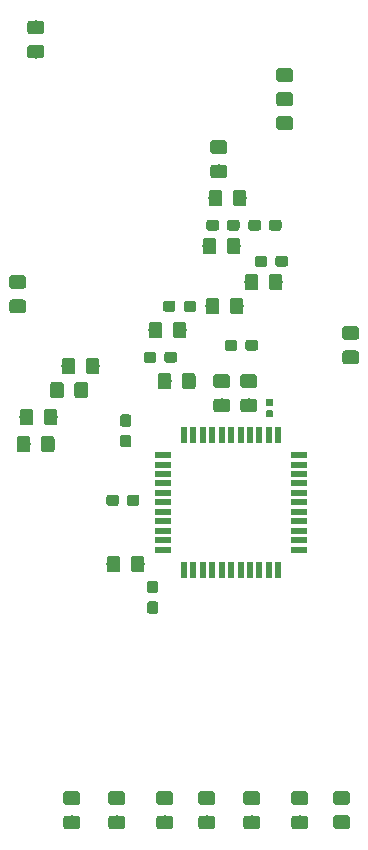
<source format=gbr>
G04 #@! TF.GenerationSoftware,KiCad,Pcbnew,(5.0.2)-1*
G04 #@! TF.CreationDate,2020-11-24T18:05:24+01:00*
G04 #@! TF.ProjectId,PCB_BLUETOOTH_V3,5043425f-424c-4554-9554-4f4f54485f56,rev?*
G04 #@! TF.SameCoordinates,Original*
G04 #@! TF.FileFunction,Paste,Bot*
G04 #@! TF.FilePolarity,Positive*
%FSLAX46Y46*%
G04 Gerber Fmt 4.6, Leading zero omitted, Abs format (unit mm)*
G04 Created by KiCad (PCBNEW (5.0.2)-1) date 24/11/2020 18:05:24*
%MOMM*%
%LPD*%
G01*
G04 APERTURE LIST*
%ADD10C,0.100000*%
%ADD11C,0.950000*%
%ADD12C,0.590000*%
%ADD13R,1.475000X0.600000*%
%ADD14R,0.600000X1.475000*%
%ADD15C,1.150000*%
G04 APERTURE END LIST*
D10*
G04 #@! TO.C,D11*
G36*
X122766779Y-66582144D02*
X122789834Y-66585563D01*
X122812443Y-66591227D01*
X122834387Y-66599079D01*
X122855457Y-66609044D01*
X122875448Y-66621026D01*
X122894168Y-66634910D01*
X122911438Y-66650562D01*
X122927090Y-66667832D01*
X122940974Y-66686552D01*
X122952956Y-66706543D01*
X122962921Y-66727613D01*
X122970773Y-66749557D01*
X122976437Y-66772166D01*
X122979856Y-66795221D01*
X122981000Y-66818500D01*
X122981000Y-67293500D01*
X122979856Y-67316779D01*
X122976437Y-67339834D01*
X122970773Y-67362443D01*
X122962921Y-67384387D01*
X122952956Y-67405457D01*
X122940974Y-67425448D01*
X122927090Y-67444168D01*
X122911438Y-67461438D01*
X122894168Y-67477090D01*
X122875448Y-67490974D01*
X122855457Y-67502956D01*
X122834387Y-67512921D01*
X122812443Y-67520773D01*
X122789834Y-67526437D01*
X122766779Y-67529856D01*
X122743500Y-67531000D01*
X122168500Y-67531000D01*
X122145221Y-67529856D01*
X122122166Y-67526437D01*
X122099557Y-67520773D01*
X122077613Y-67512921D01*
X122056543Y-67502956D01*
X122036552Y-67490974D01*
X122017832Y-67477090D01*
X122000562Y-67461438D01*
X121984910Y-67444168D01*
X121971026Y-67425448D01*
X121959044Y-67405457D01*
X121949079Y-67384387D01*
X121941227Y-67362443D01*
X121935563Y-67339834D01*
X121932144Y-67316779D01*
X121931000Y-67293500D01*
X121931000Y-66818500D01*
X121932144Y-66795221D01*
X121935563Y-66772166D01*
X121941227Y-66749557D01*
X121949079Y-66727613D01*
X121959044Y-66706543D01*
X121971026Y-66686552D01*
X121984910Y-66667832D01*
X122000562Y-66650562D01*
X122017832Y-66634910D01*
X122036552Y-66621026D01*
X122056543Y-66609044D01*
X122077613Y-66599079D01*
X122099557Y-66591227D01*
X122122166Y-66585563D01*
X122145221Y-66582144D01*
X122168500Y-66581000D01*
X122743500Y-66581000D01*
X122766779Y-66582144D01*
X122766779Y-66582144D01*
G37*
D11*
X122456000Y-67056000D03*
D10*
G36*
X124516779Y-66582144D02*
X124539834Y-66585563D01*
X124562443Y-66591227D01*
X124584387Y-66599079D01*
X124605457Y-66609044D01*
X124625448Y-66621026D01*
X124644168Y-66634910D01*
X124661438Y-66650562D01*
X124677090Y-66667832D01*
X124690974Y-66686552D01*
X124702956Y-66706543D01*
X124712921Y-66727613D01*
X124720773Y-66749557D01*
X124726437Y-66772166D01*
X124729856Y-66795221D01*
X124731000Y-66818500D01*
X124731000Y-67293500D01*
X124729856Y-67316779D01*
X124726437Y-67339834D01*
X124720773Y-67362443D01*
X124712921Y-67384387D01*
X124702956Y-67405457D01*
X124690974Y-67425448D01*
X124677090Y-67444168D01*
X124661438Y-67461438D01*
X124644168Y-67477090D01*
X124625448Y-67490974D01*
X124605457Y-67502956D01*
X124584387Y-67512921D01*
X124562443Y-67520773D01*
X124539834Y-67526437D01*
X124516779Y-67529856D01*
X124493500Y-67531000D01*
X123918500Y-67531000D01*
X123895221Y-67529856D01*
X123872166Y-67526437D01*
X123849557Y-67520773D01*
X123827613Y-67512921D01*
X123806543Y-67502956D01*
X123786552Y-67490974D01*
X123767832Y-67477090D01*
X123750562Y-67461438D01*
X123734910Y-67444168D01*
X123721026Y-67425448D01*
X123709044Y-67405457D01*
X123699079Y-67384387D01*
X123691227Y-67362443D01*
X123685563Y-67339834D01*
X123682144Y-67316779D01*
X123681000Y-67293500D01*
X123681000Y-66818500D01*
X123682144Y-66795221D01*
X123685563Y-66772166D01*
X123691227Y-66749557D01*
X123699079Y-66727613D01*
X123709044Y-66706543D01*
X123721026Y-66686552D01*
X123734910Y-66667832D01*
X123750562Y-66650562D01*
X123767832Y-66634910D01*
X123786552Y-66621026D01*
X123806543Y-66609044D01*
X123827613Y-66599079D01*
X123849557Y-66591227D01*
X123872166Y-66585563D01*
X123895221Y-66582144D01*
X123918500Y-66581000D01*
X124493500Y-66581000D01*
X124516779Y-66582144D01*
X124516779Y-66582144D01*
G37*
D11*
X124206000Y-67056000D03*
G04 #@! TD*
D10*
G04 #@! TO.C,R55*
G36*
X125916958Y-72580710D02*
X125931276Y-72582834D01*
X125945317Y-72586351D01*
X125958946Y-72591228D01*
X125972031Y-72597417D01*
X125984447Y-72604858D01*
X125996073Y-72613481D01*
X126006798Y-72623202D01*
X126016519Y-72633927D01*
X126025142Y-72645553D01*
X126032583Y-72657969D01*
X126038772Y-72671054D01*
X126043649Y-72684683D01*
X126047166Y-72698724D01*
X126049290Y-72713042D01*
X126050000Y-72727500D01*
X126050000Y-73022500D01*
X126049290Y-73036958D01*
X126047166Y-73051276D01*
X126043649Y-73065317D01*
X126038772Y-73078946D01*
X126032583Y-73092031D01*
X126025142Y-73104447D01*
X126016519Y-73116073D01*
X126006798Y-73126798D01*
X125996073Y-73136519D01*
X125984447Y-73145142D01*
X125972031Y-73152583D01*
X125958946Y-73158772D01*
X125945317Y-73163649D01*
X125931276Y-73167166D01*
X125916958Y-73169290D01*
X125902500Y-73170000D01*
X125557500Y-73170000D01*
X125543042Y-73169290D01*
X125528724Y-73167166D01*
X125514683Y-73163649D01*
X125501054Y-73158772D01*
X125487969Y-73152583D01*
X125475553Y-73145142D01*
X125463927Y-73136519D01*
X125453202Y-73126798D01*
X125443481Y-73116073D01*
X125434858Y-73104447D01*
X125427417Y-73092031D01*
X125421228Y-73078946D01*
X125416351Y-73065317D01*
X125412834Y-73051276D01*
X125410710Y-73036958D01*
X125410000Y-73022500D01*
X125410000Y-72727500D01*
X125410710Y-72713042D01*
X125412834Y-72698724D01*
X125416351Y-72684683D01*
X125421228Y-72671054D01*
X125427417Y-72657969D01*
X125434858Y-72645553D01*
X125443481Y-72633927D01*
X125453202Y-72623202D01*
X125463927Y-72613481D01*
X125475553Y-72604858D01*
X125487969Y-72597417D01*
X125501054Y-72591228D01*
X125514683Y-72586351D01*
X125528724Y-72582834D01*
X125543042Y-72580710D01*
X125557500Y-72580000D01*
X125902500Y-72580000D01*
X125916958Y-72580710D01*
X125916958Y-72580710D01*
G37*
D12*
X125730000Y-72875000D03*
D10*
G36*
X125916958Y-71610710D02*
X125931276Y-71612834D01*
X125945317Y-71616351D01*
X125958946Y-71621228D01*
X125972031Y-71627417D01*
X125984447Y-71634858D01*
X125996073Y-71643481D01*
X126006798Y-71653202D01*
X126016519Y-71663927D01*
X126025142Y-71675553D01*
X126032583Y-71687969D01*
X126038772Y-71701054D01*
X126043649Y-71714683D01*
X126047166Y-71728724D01*
X126049290Y-71743042D01*
X126050000Y-71757500D01*
X126050000Y-72052500D01*
X126049290Y-72066958D01*
X126047166Y-72081276D01*
X126043649Y-72095317D01*
X126038772Y-72108946D01*
X126032583Y-72122031D01*
X126025142Y-72134447D01*
X126016519Y-72146073D01*
X126006798Y-72156798D01*
X125996073Y-72166519D01*
X125984447Y-72175142D01*
X125972031Y-72182583D01*
X125958946Y-72188772D01*
X125945317Y-72193649D01*
X125931276Y-72197166D01*
X125916958Y-72199290D01*
X125902500Y-72200000D01*
X125557500Y-72200000D01*
X125543042Y-72199290D01*
X125528724Y-72197166D01*
X125514683Y-72193649D01*
X125501054Y-72188772D01*
X125487969Y-72182583D01*
X125475553Y-72175142D01*
X125463927Y-72166519D01*
X125453202Y-72156798D01*
X125443481Y-72146073D01*
X125434858Y-72134447D01*
X125427417Y-72122031D01*
X125421228Y-72108946D01*
X125416351Y-72095317D01*
X125412834Y-72081276D01*
X125410710Y-72066958D01*
X125410000Y-72052500D01*
X125410000Y-71757500D01*
X125410710Y-71743042D01*
X125412834Y-71728724D01*
X125416351Y-71714683D01*
X125421228Y-71701054D01*
X125427417Y-71687969D01*
X125434858Y-71675553D01*
X125443481Y-71663927D01*
X125453202Y-71653202D01*
X125463927Y-71643481D01*
X125475553Y-71634858D01*
X125487969Y-71627417D01*
X125501054Y-71621228D01*
X125514683Y-71616351D01*
X125528724Y-71612834D01*
X125543042Y-71610710D01*
X125557500Y-71610000D01*
X125902500Y-71610000D01*
X125916958Y-71610710D01*
X125916958Y-71610710D01*
G37*
D12*
X125730000Y-71905000D03*
G04 #@! TD*
D10*
G04 #@! TO.C,C32*
G36*
X113798779Y-74660144D02*
X113821834Y-74663563D01*
X113844443Y-74669227D01*
X113866387Y-74677079D01*
X113887457Y-74687044D01*
X113907448Y-74699026D01*
X113926168Y-74712910D01*
X113943438Y-74728562D01*
X113959090Y-74745832D01*
X113972974Y-74764552D01*
X113984956Y-74784543D01*
X113994921Y-74805613D01*
X114002773Y-74827557D01*
X114008437Y-74850166D01*
X114011856Y-74873221D01*
X114013000Y-74896500D01*
X114013000Y-75471500D01*
X114011856Y-75494779D01*
X114008437Y-75517834D01*
X114002773Y-75540443D01*
X113994921Y-75562387D01*
X113984956Y-75583457D01*
X113972974Y-75603448D01*
X113959090Y-75622168D01*
X113943438Y-75639438D01*
X113926168Y-75655090D01*
X113907448Y-75668974D01*
X113887457Y-75680956D01*
X113866387Y-75690921D01*
X113844443Y-75698773D01*
X113821834Y-75704437D01*
X113798779Y-75707856D01*
X113775500Y-75709000D01*
X113300500Y-75709000D01*
X113277221Y-75707856D01*
X113254166Y-75704437D01*
X113231557Y-75698773D01*
X113209613Y-75690921D01*
X113188543Y-75680956D01*
X113168552Y-75668974D01*
X113149832Y-75655090D01*
X113132562Y-75639438D01*
X113116910Y-75622168D01*
X113103026Y-75603448D01*
X113091044Y-75583457D01*
X113081079Y-75562387D01*
X113073227Y-75540443D01*
X113067563Y-75517834D01*
X113064144Y-75494779D01*
X113063000Y-75471500D01*
X113063000Y-74896500D01*
X113064144Y-74873221D01*
X113067563Y-74850166D01*
X113073227Y-74827557D01*
X113081079Y-74805613D01*
X113091044Y-74784543D01*
X113103026Y-74764552D01*
X113116910Y-74745832D01*
X113132562Y-74728562D01*
X113149832Y-74712910D01*
X113168552Y-74699026D01*
X113188543Y-74687044D01*
X113209613Y-74677079D01*
X113231557Y-74669227D01*
X113254166Y-74663563D01*
X113277221Y-74660144D01*
X113300500Y-74659000D01*
X113775500Y-74659000D01*
X113798779Y-74660144D01*
X113798779Y-74660144D01*
G37*
D11*
X113538000Y-75184000D03*
D10*
G36*
X113798779Y-72910144D02*
X113821834Y-72913563D01*
X113844443Y-72919227D01*
X113866387Y-72927079D01*
X113887457Y-72937044D01*
X113907448Y-72949026D01*
X113926168Y-72962910D01*
X113943438Y-72978562D01*
X113959090Y-72995832D01*
X113972974Y-73014552D01*
X113984956Y-73034543D01*
X113994921Y-73055613D01*
X114002773Y-73077557D01*
X114008437Y-73100166D01*
X114011856Y-73123221D01*
X114013000Y-73146500D01*
X114013000Y-73721500D01*
X114011856Y-73744779D01*
X114008437Y-73767834D01*
X114002773Y-73790443D01*
X113994921Y-73812387D01*
X113984956Y-73833457D01*
X113972974Y-73853448D01*
X113959090Y-73872168D01*
X113943438Y-73889438D01*
X113926168Y-73905090D01*
X113907448Y-73918974D01*
X113887457Y-73930956D01*
X113866387Y-73940921D01*
X113844443Y-73948773D01*
X113821834Y-73954437D01*
X113798779Y-73957856D01*
X113775500Y-73959000D01*
X113300500Y-73959000D01*
X113277221Y-73957856D01*
X113254166Y-73954437D01*
X113231557Y-73948773D01*
X113209613Y-73940921D01*
X113188543Y-73930956D01*
X113168552Y-73918974D01*
X113149832Y-73905090D01*
X113132562Y-73889438D01*
X113116910Y-73872168D01*
X113103026Y-73853448D01*
X113091044Y-73833457D01*
X113081079Y-73812387D01*
X113073227Y-73790443D01*
X113067563Y-73767834D01*
X113064144Y-73744779D01*
X113063000Y-73721500D01*
X113063000Y-73146500D01*
X113064144Y-73123221D01*
X113067563Y-73100166D01*
X113073227Y-73077557D01*
X113081079Y-73055613D01*
X113091044Y-73034543D01*
X113103026Y-73014552D01*
X113116910Y-72995832D01*
X113132562Y-72978562D01*
X113149832Y-72962910D01*
X113168552Y-72949026D01*
X113188543Y-72937044D01*
X113209613Y-72927079D01*
X113231557Y-72919227D01*
X113254166Y-72913563D01*
X113277221Y-72910144D01*
X113300500Y-72909000D01*
X113775500Y-72909000D01*
X113798779Y-72910144D01*
X113798779Y-72910144D01*
G37*
D11*
X113538000Y-73434000D03*
G04 #@! TD*
D13*
G04 #@! TO.C,IC2*
X128204000Y-76368000D03*
X128204000Y-77168000D03*
X128204000Y-77968000D03*
X128204000Y-78768000D03*
X128204000Y-79568000D03*
X128204000Y-80368000D03*
X128204000Y-81168000D03*
X128204000Y-81968000D03*
X128204000Y-82768000D03*
X128204000Y-83568000D03*
X128204000Y-84368000D03*
D14*
X126466000Y-86106000D03*
X125666000Y-86106000D03*
X124866000Y-86106000D03*
X124066000Y-86106000D03*
X123266000Y-86106000D03*
X122466000Y-86106000D03*
X121666000Y-86106000D03*
X120866000Y-86106000D03*
X120066000Y-86106000D03*
X119266000Y-86106000D03*
X118466000Y-86106000D03*
D13*
X116728000Y-84368000D03*
X116728000Y-83568000D03*
X116728000Y-82768000D03*
X116728000Y-81968000D03*
X116728000Y-81168000D03*
X116728000Y-80368000D03*
X116728000Y-79568000D03*
X116728000Y-78768000D03*
X116728000Y-77968000D03*
X116728000Y-77168000D03*
X116728000Y-76368000D03*
D14*
X118466000Y-74630000D03*
X119266000Y-74630000D03*
X120066000Y-74630000D03*
X120866000Y-74630000D03*
X121666000Y-74630000D03*
X122466000Y-74630000D03*
X123266000Y-74630000D03*
X124066000Y-74630000D03*
X124866000Y-74630000D03*
X125666000Y-74630000D03*
X126466000Y-74630000D03*
G04 #@! TD*
D10*
G04 #@! TO.C,C28*
G36*
X124770779Y-56422144D02*
X124793834Y-56425563D01*
X124816443Y-56431227D01*
X124838387Y-56439079D01*
X124859457Y-56449044D01*
X124879448Y-56461026D01*
X124898168Y-56474910D01*
X124915438Y-56490562D01*
X124931090Y-56507832D01*
X124944974Y-56526552D01*
X124956956Y-56546543D01*
X124966921Y-56567613D01*
X124974773Y-56589557D01*
X124980437Y-56612166D01*
X124983856Y-56635221D01*
X124985000Y-56658500D01*
X124985000Y-57133500D01*
X124983856Y-57156779D01*
X124980437Y-57179834D01*
X124974773Y-57202443D01*
X124966921Y-57224387D01*
X124956956Y-57245457D01*
X124944974Y-57265448D01*
X124931090Y-57284168D01*
X124915438Y-57301438D01*
X124898168Y-57317090D01*
X124879448Y-57330974D01*
X124859457Y-57342956D01*
X124838387Y-57352921D01*
X124816443Y-57360773D01*
X124793834Y-57366437D01*
X124770779Y-57369856D01*
X124747500Y-57371000D01*
X124172500Y-57371000D01*
X124149221Y-57369856D01*
X124126166Y-57366437D01*
X124103557Y-57360773D01*
X124081613Y-57352921D01*
X124060543Y-57342956D01*
X124040552Y-57330974D01*
X124021832Y-57317090D01*
X124004562Y-57301438D01*
X123988910Y-57284168D01*
X123975026Y-57265448D01*
X123963044Y-57245457D01*
X123953079Y-57224387D01*
X123945227Y-57202443D01*
X123939563Y-57179834D01*
X123936144Y-57156779D01*
X123935000Y-57133500D01*
X123935000Y-56658500D01*
X123936144Y-56635221D01*
X123939563Y-56612166D01*
X123945227Y-56589557D01*
X123953079Y-56567613D01*
X123963044Y-56546543D01*
X123975026Y-56526552D01*
X123988910Y-56507832D01*
X124004562Y-56490562D01*
X124021832Y-56474910D01*
X124040552Y-56461026D01*
X124060543Y-56449044D01*
X124081613Y-56439079D01*
X124103557Y-56431227D01*
X124126166Y-56425563D01*
X124149221Y-56422144D01*
X124172500Y-56421000D01*
X124747500Y-56421000D01*
X124770779Y-56422144D01*
X124770779Y-56422144D01*
G37*
D11*
X124460000Y-56896000D03*
D10*
G36*
X126520779Y-56422144D02*
X126543834Y-56425563D01*
X126566443Y-56431227D01*
X126588387Y-56439079D01*
X126609457Y-56449044D01*
X126629448Y-56461026D01*
X126648168Y-56474910D01*
X126665438Y-56490562D01*
X126681090Y-56507832D01*
X126694974Y-56526552D01*
X126706956Y-56546543D01*
X126716921Y-56567613D01*
X126724773Y-56589557D01*
X126730437Y-56612166D01*
X126733856Y-56635221D01*
X126735000Y-56658500D01*
X126735000Y-57133500D01*
X126733856Y-57156779D01*
X126730437Y-57179834D01*
X126724773Y-57202443D01*
X126716921Y-57224387D01*
X126706956Y-57245457D01*
X126694974Y-57265448D01*
X126681090Y-57284168D01*
X126665438Y-57301438D01*
X126648168Y-57317090D01*
X126629448Y-57330974D01*
X126609457Y-57342956D01*
X126588387Y-57352921D01*
X126566443Y-57360773D01*
X126543834Y-57366437D01*
X126520779Y-57369856D01*
X126497500Y-57371000D01*
X125922500Y-57371000D01*
X125899221Y-57369856D01*
X125876166Y-57366437D01*
X125853557Y-57360773D01*
X125831613Y-57352921D01*
X125810543Y-57342956D01*
X125790552Y-57330974D01*
X125771832Y-57317090D01*
X125754562Y-57301438D01*
X125738910Y-57284168D01*
X125725026Y-57265448D01*
X125713044Y-57245457D01*
X125703079Y-57224387D01*
X125695227Y-57202443D01*
X125689563Y-57179834D01*
X125686144Y-57156779D01*
X125685000Y-57133500D01*
X125685000Y-56658500D01*
X125686144Y-56635221D01*
X125689563Y-56612166D01*
X125695227Y-56589557D01*
X125703079Y-56567613D01*
X125713044Y-56546543D01*
X125725026Y-56526552D01*
X125738910Y-56507832D01*
X125754562Y-56490562D01*
X125771832Y-56474910D01*
X125790552Y-56461026D01*
X125810543Y-56449044D01*
X125831613Y-56439079D01*
X125853557Y-56431227D01*
X125876166Y-56425563D01*
X125899221Y-56422144D01*
X125922500Y-56421000D01*
X126497500Y-56421000D01*
X126520779Y-56422144D01*
X126520779Y-56422144D01*
G37*
D11*
X126210000Y-56896000D03*
G04 #@! TD*
D10*
G04 #@! TO.C,C30*
G36*
X115908779Y-67598144D02*
X115931834Y-67601563D01*
X115954443Y-67607227D01*
X115976387Y-67615079D01*
X115997457Y-67625044D01*
X116017448Y-67637026D01*
X116036168Y-67650910D01*
X116053438Y-67666562D01*
X116069090Y-67683832D01*
X116082974Y-67702552D01*
X116094956Y-67722543D01*
X116104921Y-67743613D01*
X116112773Y-67765557D01*
X116118437Y-67788166D01*
X116121856Y-67811221D01*
X116123000Y-67834500D01*
X116123000Y-68309500D01*
X116121856Y-68332779D01*
X116118437Y-68355834D01*
X116112773Y-68378443D01*
X116104921Y-68400387D01*
X116094956Y-68421457D01*
X116082974Y-68441448D01*
X116069090Y-68460168D01*
X116053438Y-68477438D01*
X116036168Y-68493090D01*
X116017448Y-68506974D01*
X115997457Y-68518956D01*
X115976387Y-68528921D01*
X115954443Y-68536773D01*
X115931834Y-68542437D01*
X115908779Y-68545856D01*
X115885500Y-68547000D01*
X115310500Y-68547000D01*
X115287221Y-68545856D01*
X115264166Y-68542437D01*
X115241557Y-68536773D01*
X115219613Y-68528921D01*
X115198543Y-68518956D01*
X115178552Y-68506974D01*
X115159832Y-68493090D01*
X115142562Y-68477438D01*
X115126910Y-68460168D01*
X115113026Y-68441448D01*
X115101044Y-68421457D01*
X115091079Y-68400387D01*
X115083227Y-68378443D01*
X115077563Y-68355834D01*
X115074144Y-68332779D01*
X115073000Y-68309500D01*
X115073000Y-67834500D01*
X115074144Y-67811221D01*
X115077563Y-67788166D01*
X115083227Y-67765557D01*
X115091079Y-67743613D01*
X115101044Y-67722543D01*
X115113026Y-67702552D01*
X115126910Y-67683832D01*
X115142562Y-67666562D01*
X115159832Y-67650910D01*
X115178552Y-67637026D01*
X115198543Y-67625044D01*
X115219613Y-67615079D01*
X115241557Y-67607227D01*
X115264166Y-67601563D01*
X115287221Y-67598144D01*
X115310500Y-67597000D01*
X115885500Y-67597000D01*
X115908779Y-67598144D01*
X115908779Y-67598144D01*
G37*
D11*
X115598000Y-68072000D03*
D10*
G36*
X117658779Y-67598144D02*
X117681834Y-67601563D01*
X117704443Y-67607227D01*
X117726387Y-67615079D01*
X117747457Y-67625044D01*
X117767448Y-67637026D01*
X117786168Y-67650910D01*
X117803438Y-67666562D01*
X117819090Y-67683832D01*
X117832974Y-67702552D01*
X117844956Y-67722543D01*
X117854921Y-67743613D01*
X117862773Y-67765557D01*
X117868437Y-67788166D01*
X117871856Y-67811221D01*
X117873000Y-67834500D01*
X117873000Y-68309500D01*
X117871856Y-68332779D01*
X117868437Y-68355834D01*
X117862773Y-68378443D01*
X117854921Y-68400387D01*
X117844956Y-68421457D01*
X117832974Y-68441448D01*
X117819090Y-68460168D01*
X117803438Y-68477438D01*
X117786168Y-68493090D01*
X117767448Y-68506974D01*
X117747457Y-68518956D01*
X117726387Y-68528921D01*
X117704443Y-68536773D01*
X117681834Y-68542437D01*
X117658779Y-68545856D01*
X117635500Y-68547000D01*
X117060500Y-68547000D01*
X117037221Y-68545856D01*
X117014166Y-68542437D01*
X116991557Y-68536773D01*
X116969613Y-68528921D01*
X116948543Y-68518956D01*
X116928552Y-68506974D01*
X116909832Y-68493090D01*
X116892562Y-68477438D01*
X116876910Y-68460168D01*
X116863026Y-68441448D01*
X116851044Y-68421457D01*
X116841079Y-68400387D01*
X116833227Y-68378443D01*
X116827563Y-68355834D01*
X116824144Y-68332779D01*
X116823000Y-68309500D01*
X116823000Y-67834500D01*
X116824144Y-67811221D01*
X116827563Y-67788166D01*
X116833227Y-67765557D01*
X116841079Y-67743613D01*
X116851044Y-67722543D01*
X116863026Y-67702552D01*
X116876910Y-67683832D01*
X116892562Y-67666562D01*
X116909832Y-67650910D01*
X116928552Y-67637026D01*
X116948543Y-67625044D01*
X116969613Y-67615079D01*
X116991557Y-67607227D01*
X117014166Y-67601563D01*
X117037221Y-67598144D01*
X117060500Y-67597000D01*
X117635500Y-67597000D01*
X117658779Y-67598144D01*
X117658779Y-67598144D01*
G37*
D11*
X117348000Y-68072000D03*
G04 #@! TD*
D10*
G04 #@! TO.C,L1*
G36*
X105487505Y-72453204D02*
X105511773Y-72456804D01*
X105535572Y-72462765D01*
X105558671Y-72471030D01*
X105580850Y-72481520D01*
X105601893Y-72494132D01*
X105621599Y-72508747D01*
X105639777Y-72525223D01*
X105656253Y-72543401D01*
X105670868Y-72563107D01*
X105683480Y-72584150D01*
X105693970Y-72606329D01*
X105702235Y-72629428D01*
X105708196Y-72653227D01*
X105711796Y-72677495D01*
X105713000Y-72701999D01*
X105713000Y-73602001D01*
X105711796Y-73626505D01*
X105708196Y-73650773D01*
X105702235Y-73674572D01*
X105693970Y-73697671D01*
X105683480Y-73719850D01*
X105670868Y-73740893D01*
X105656253Y-73760599D01*
X105639777Y-73778777D01*
X105621599Y-73795253D01*
X105601893Y-73809868D01*
X105580850Y-73822480D01*
X105558671Y-73832970D01*
X105535572Y-73841235D01*
X105511773Y-73847196D01*
X105487505Y-73850796D01*
X105463001Y-73852000D01*
X104812999Y-73852000D01*
X104788495Y-73850796D01*
X104764227Y-73847196D01*
X104740428Y-73841235D01*
X104717329Y-73832970D01*
X104695150Y-73822480D01*
X104674107Y-73809868D01*
X104654401Y-73795253D01*
X104636223Y-73778777D01*
X104619747Y-73760599D01*
X104605132Y-73740893D01*
X104592520Y-73719850D01*
X104582030Y-73697671D01*
X104573765Y-73674572D01*
X104567804Y-73650773D01*
X104564204Y-73626505D01*
X104563000Y-73602001D01*
X104563000Y-72701999D01*
X104564204Y-72677495D01*
X104567804Y-72653227D01*
X104573765Y-72629428D01*
X104582030Y-72606329D01*
X104592520Y-72584150D01*
X104605132Y-72563107D01*
X104619747Y-72543401D01*
X104636223Y-72525223D01*
X104654401Y-72508747D01*
X104674107Y-72494132D01*
X104695150Y-72481520D01*
X104717329Y-72471030D01*
X104740428Y-72462765D01*
X104764227Y-72456804D01*
X104788495Y-72453204D01*
X104812999Y-72452000D01*
X105463001Y-72452000D01*
X105487505Y-72453204D01*
X105487505Y-72453204D01*
G37*
D15*
X105138000Y-73152000D03*
D10*
G36*
X107537505Y-72453204D02*
X107561773Y-72456804D01*
X107585572Y-72462765D01*
X107608671Y-72471030D01*
X107630850Y-72481520D01*
X107651893Y-72494132D01*
X107671599Y-72508747D01*
X107689777Y-72525223D01*
X107706253Y-72543401D01*
X107720868Y-72563107D01*
X107733480Y-72584150D01*
X107743970Y-72606329D01*
X107752235Y-72629428D01*
X107758196Y-72653227D01*
X107761796Y-72677495D01*
X107763000Y-72701999D01*
X107763000Y-73602001D01*
X107761796Y-73626505D01*
X107758196Y-73650773D01*
X107752235Y-73674572D01*
X107743970Y-73697671D01*
X107733480Y-73719850D01*
X107720868Y-73740893D01*
X107706253Y-73760599D01*
X107689777Y-73778777D01*
X107671599Y-73795253D01*
X107651893Y-73809868D01*
X107630850Y-73822480D01*
X107608671Y-73832970D01*
X107585572Y-73841235D01*
X107561773Y-73847196D01*
X107537505Y-73850796D01*
X107513001Y-73852000D01*
X106862999Y-73852000D01*
X106838495Y-73850796D01*
X106814227Y-73847196D01*
X106790428Y-73841235D01*
X106767329Y-73832970D01*
X106745150Y-73822480D01*
X106724107Y-73809868D01*
X106704401Y-73795253D01*
X106686223Y-73778777D01*
X106669747Y-73760599D01*
X106655132Y-73740893D01*
X106642520Y-73719850D01*
X106632030Y-73697671D01*
X106623765Y-73674572D01*
X106617804Y-73650773D01*
X106614204Y-73626505D01*
X106613000Y-73602001D01*
X106613000Y-72701999D01*
X106614204Y-72677495D01*
X106617804Y-72653227D01*
X106623765Y-72629428D01*
X106632030Y-72606329D01*
X106642520Y-72584150D01*
X106655132Y-72563107D01*
X106669747Y-72543401D01*
X106686223Y-72525223D01*
X106704401Y-72508747D01*
X106724107Y-72494132D01*
X106745150Y-72481520D01*
X106767329Y-72471030D01*
X106790428Y-72462765D01*
X106814227Y-72456804D01*
X106838495Y-72453204D01*
X106862999Y-72452000D01*
X107513001Y-72452000D01*
X107537505Y-72453204D01*
X107537505Y-72453204D01*
G37*
D15*
X107188000Y-73152000D03*
G04 #@! TD*
D10*
G04 #@! TO.C,L4*
G36*
X111093505Y-68135204D02*
X111117773Y-68138804D01*
X111141572Y-68144765D01*
X111164671Y-68153030D01*
X111186850Y-68163520D01*
X111207893Y-68176132D01*
X111227599Y-68190747D01*
X111245777Y-68207223D01*
X111262253Y-68225401D01*
X111276868Y-68245107D01*
X111289480Y-68266150D01*
X111299970Y-68288329D01*
X111308235Y-68311428D01*
X111314196Y-68335227D01*
X111317796Y-68359495D01*
X111319000Y-68383999D01*
X111319000Y-69284001D01*
X111317796Y-69308505D01*
X111314196Y-69332773D01*
X111308235Y-69356572D01*
X111299970Y-69379671D01*
X111289480Y-69401850D01*
X111276868Y-69422893D01*
X111262253Y-69442599D01*
X111245777Y-69460777D01*
X111227599Y-69477253D01*
X111207893Y-69491868D01*
X111186850Y-69504480D01*
X111164671Y-69514970D01*
X111141572Y-69523235D01*
X111117773Y-69529196D01*
X111093505Y-69532796D01*
X111069001Y-69534000D01*
X110418999Y-69534000D01*
X110394495Y-69532796D01*
X110370227Y-69529196D01*
X110346428Y-69523235D01*
X110323329Y-69514970D01*
X110301150Y-69504480D01*
X110280107Y-69491868D01*
X110260401Y-69477253D01*
X110242223Y-69460777D01*
X110225747Y-69442599D01*
X110211132Y-69422893D01*
X110198520Y-69401850D01*
X110188030Y-69379671D01*
X110179765Y-69356572D01*
X110173804Y-69332773D01*
X110170204Y-69308505D01*
X110169000Y-69284001D01*
X110169000Y-68383999D01*
X110170204Y-68359495D01*
X110173804Y-68335227D01*
X110179765Y-68311428D01*
X110188030Y-68288329D01*
X110198520Y-68266150D01*
X110211132Y-68245107D01*
X110225747Y-68225401D01*
X110242223Y-68207223D01*
X110260401Y-68190747D01*
X110280107Y-68176132D01*
X110301150Y-68163520D01*
X110323329Y-68153030D01*
X110346428Y-68144765D01*
X110370227Y-68138804D01*
X110394495Y-68135204D01*
X110418999Y-68134000D01*
X111069001Y-68134000D01*
X111093505Y-68135204D01*
X111093505Y-68135204D01*
G37*
D15*
X110744000Y-68834000D03*
D10*
G36*
X109043505Y-68135204D02*
X109067773Y-68138804D01*
X109091572Y-68144765D01*
X109114671Y-68153030D01*
X109136850Y-68163520D01*
X109157893Y-68176132D01*
X109177599Y-68190747D01*
X109195777Y-68207223D01*
X109212253Y-68225401D01*
X109226868Y-68245107D01*
X109239480Y-68266150D01*
X109249970Y-68288329D01*
X109258235Y-68311428D01*
X109264196Y-68335227D01*
X109267796Y-68359495D01*
X109269000Y-68383999D01*
X109269000Y-69284001D01*
X109267796Y-69308505D01*
X109264196Y-69332773D01*
X109258235Y-69356572D01*
X109249970Y-69379671D01*
X109239480Y-69401850D01*
X109226868Y-69422893D01*
X109212253Y-69442599D01*
X109195777Y-69460777D01*
X109177599Y-69477253D01*
X109157893Y-69491868D01*
X109136850Y-69504480D01*
X109114671Y-69514970D01*
X109091572Y-69523235D01*
X109067773Y-69529196D01*
X109043505Y-69532796D01*
X109019001Y-69534000D01*
X108368999Y-69534000D01*
X108344495Y-69532796D01*
X108320227Y-69529196D01*
X108296428Y-69523235D01*
X108273329Y-69514970D01*
X108251150Y-69504480D01*
X108230107Y-69491868D01*
X108210401Y-69477253D01*
X108192223Y-69460777D01*
X108175747Y-69442599D01*
X108161132Y-69422893D01*
X108148520Y-69401850D01*
X108138030Y-69379671D01*
X108129765Y-69356572D01*
X108123804Y-69332773D01*
X108120204Y-69308505D01*
X108119000Y-69284001D01*
X108119000Y-68383999D01*
X108120204Y-68359495D01*
X108123804Y-68335227D01*
X108129765Y-68311428D01*
X108138030Y-68288329D01*
X108148520Y-68266150D01*
X108161132Y-68245107D01*
X108175747Y-68225401D01*
X108192223Y-68207223D01*
X108210401Y-68190747D01*
X108230107Y-68176132D01*
X108251150Y-68163520D01*
X108273329Y-68153030D01*
X108296428Y-68144765D01*
X108320227Y-68138804D01*
X108344495Y-68135204D01*
X108368999Y-68134000D01*
X109019001Y-68134000D01*
X109043505Y-68135204D01*
X109043505Y-68135204D01*
G37*
D15*
X108694000Y-68834000D03*
G04 #@! TD*
D10*
G04 #@! TO.C,L5*
G36*
X121214779Y-56422144D02*
X121237834Y-56425563D01*
X121260443Y-56431227D01*
X121282387Y-56439079D01*
X121303457Y-56449044D01*
X121323448Y-56461026D01*
X121342168Y-56474910D01*
X121359438Y-56490562D01*
X121375090Y-56507832D01*
X121388974Y-56526552D01*
X121400956Y-56546543D01*
X121410921Y-56567613D01*
X121418773Y-56589557D01*
X121424437Y-56612166D01*
X121427856Y-56635221D01*
X121429000Y-56658500D01*
X121429000Y-57133500D01*
X121427856Y-57156779D01*
X121424437Y-57179834D01*
X121418773Y-57202443D01*
X121410921Y-57224387D01*
X121400956Y-57245457D01*
X121388974Y-57265448D01*
X121375090Y-57284168D01*
X121359438Y-57301438D01*
X121342168Y-57317090D01*
X121323448Y-57330974D01*
X121303457Y-57342956D01*
X121282387Y-57352921D01*
X121260443Y-57360773D01*
X121237834Y-57366437D01*
X121214779Y-57369856D01*
X121191500Y-57371000D01*
X120616500Y-57371000D01*
X120593221Y-57369856D01*
X120570166Y-57366437D01*
X120547557Y-57360773D01*
X120525613Y-57352921D01*
X120504543Y-57342956D01*
X120484552Y-57330974D01*
X120465832Y-57317090D01*
X120448562Y-57301438D01*
X120432910Y-57284168D01*
X120419026Y-57265448D01*
X120407044Y-57245457D01*
X120397079Y-57224387D01*
X120389227Y-57202443D01*
X120383563Y-57179834D01*
X120380144Y-57156779D01*
X120379000Y-57133500D01*
X120379000Y-56658500D01*
X120380144Y-56635221D01*
X120383563Y-56612166D01*
X120389227Y-56589557D01*
X120397079Y-56567613D01*
X120407044Y-56546543D01*
X120419026Y-56526552D01*
X120432910Y-56507832D01*
X120448562Y-56490562D01*
X120465832Y-56474910D01*
X120484552Y-56461026D01*
X120504543Y-56449044D01*
X120525613Y-56439079D01*
X120547557Y-56431227D01*
X120570166Y-56425563D01*
X120593221Y-56422144D01*
X120616500Y-56421000D01*
X121191500Y-56421000D01*
X121214779Y-56422144D01*
X121214779Y-56422144D01*
G37*
D11*
X120904000Y-56896000D03*
D10*
G36*
X122964779Y-56422144D02*
X122987834Y-56425563D01*
X123010443Y-56431227D01*
X123032387Y-56439079D01*
X123053457Y-56449044D01*
X123073448Y-56461026D01*
X123092168Y-56474910D01*
X123109438Y-56490562D01*
X123125090Y-56507832D01*
X123138974Y-56526552D01*
X123150956Y-56546543D01*
X123160921Y-56567613D01*
X123168773Y-56589557D01*
X123174437Y-56612166D01*
X123177856Y-56635221D01*
X123179000Y-56658500D01*
X123179000Y-57133500D01*
X123177856Y-57156779D01*
X123174437Y-57179834D01*
X123168773Y-57202443D01*
X123160921Y-57224387D01*
X123150956Y-57245457D01*
X123138974Y-57265448D01*
X123125090Y-57284168D01*
X123109438Y-57301438D01*
X123092168Y-57317090D01*
X123073448Y-57330974D01*
X123053457Y-57342956D01*
X123032387Y-57352921D01*
X123010443Y-57360773D01*
X122987834Y-57366437D01*
X122964779Y-57369856D01*
X122941500Y-57371000D01*
X122366500Y-57371000D01*
X122343221Y-57369856D01*
X122320166Y-57366437D01*
X122297557Y-57360773D01*
X122275613Y-57352921D01*
X122254543Y-57342956D01*
X122234552Y-57330974D01*
X122215832Y-57317090D01*
X122198562Y-57301438D01*
X122182910Y-57284168D01*
X122169026Y-57265448D01*
X122157044Y-57245457D01*
X122147079Y-57224387D01*
X122139227Y-57202443D01*
X122133563Y-57179834D01*
X122130144Y-57156779D01*
X122129000Y-57133500D01*
X122129000Y-56658500D01*
X122130144Y-56635221D01*
X122133563Y-56612166D01*
X122139227Y-56589557D01*
X122147079Y-56567613D01*
X122157044Y-56546543D01*
X122169026Y-56526552D01*
X122182910Y-56507832D01*
X122198562Y-56490562D01*
X122215832Y-56474910D01*
X122234552Y-56461026D01*
X122254543Y-56449044D01*
X122275613Y-56439079D01*
X122297557Y-56431227D01*
X122320166Y-56425563D01*
X122343221Y-56422144D01*
X122366500Y-56421000D01*
X122941500Y-56421000D01*
X122964779Y-56422144D01*
X122964779Y-56422144D01*
G37*
D11*
X122654000Y-56896000D03*
G04 #@! TD*
D10*
G04 #@! TO.C,L6*
G36*
X117545779Y-63280144D02*
X117568834Y-63283563D01*
X117591443Y-63289227D01*
X117613387Y-63297079D01*
X117634457Y-63307044D01*
X117654448Y-63319026D01*
X117673168Y-63332910D01*
X117690438Y-63348562D01*
X117706090Y-63365832D01*
X117719974Y-63384552D01*
X117731956Y-63404543D01*
X117741921Y-63425613D01*
X117749773Y-63447557D01*
X117755437Y-63470166D01*
X117758856Y-63493221D01*
X117760000Y-63516500D01*
X117760000Y-63991500D01*
X117758856Y-64014779D01*
X117755437Y-64037834D01*
X117749773Y-64060443D01*
X117741921Y-64082387D01*
X117731956Y-64103457D01*
X117719974Y-64123448D01*
X117706090Y-64142168D01*
X117690438Y-64159438D01*
X117673168Y-64175090D01*
X117654448Y-64188974D01*
X117634457Y-64200956D01*
X117613387Y-64210921D01*
X117591443Y-64218773D01*
X117568834Y-64224437D01*
X117545779Y-64227856D01*
X117522500Y-64229000D01*
X116947500Y-64229000D01*
X116924221Y-64227856D01*
X116901166Y-64224437D01*
X116878557Y-64218773D01*
X116856613Y-64210921D01*
X116835543Y-64200956D01*
X116815552Y-64188974D01*
X116796832Y-64175090D01*
X116779562Y-64159438D01*
X116763910Y-64142168D01*
X116750026Y-64123448D01*
X116738044Y-64103457D01*
X116728079Y-64082387D01*
X116720227Y-64060443D01*
X116714563Y-64037834D01*
X116711144Y-64014779D01*
X116710000Y-63991500D01*
X116710000Y-63516500D01*
X116711144Y-63493221D01*
X116714563Y-63470166D01*
X116720227Y-63447557D01*
X116728079Y-63425613D01*
X116738044Y-63404543D01*
X116750026Y-63384552D01*
X116763910Y-63365832D01*
X116779562Y-63348562D01*
X116796832Y-63332910D01*
X116815552Y-63319026D01*
X116835543Y-63307044D01*
X116856613Y-63297079D01*
X116878557Y-63289227D01*
X116901166Y-63283563D01*
X116924221Y-63280144D01*
X116947500Y-63279000D01*
X117522500Y-63279000D01*
X117545779Y-63280144D01*
X117545779Y-63280144D01*
G37*
D11*
X117235000Y-63754000D03*
D10*
G36*
X119295779Y-63280144D02*
X119318834Y-63283563D01*
X119341443Y-63289227D01*
X119363387Y-63297079D01*
X119384457Y-63307044D01*
X119404448Y-63319026D01*
X119423168Y-63332910D01*
X119440438Y-63348562D01*
X119456090Y-63365832D01*
X119469974Y-63384552D01*
X119481956Y-63404543D01*
X119491921Y-63425613D01*
X119499773Y-63447557D01*
X119505437Y-63470166D01*
X119508856Y-63493221D01*
X119510000Y-63516500D01*
X119510000Y-63991500D01*
X119508856Y-64014779D01*
X119505437Y-64037834D01*
X119499773Y-64060443D01*
X119491921Y-64082387D01*
X119481956Y-64103457D01*
X119469974Y-64123448D01*
X119456090Y-64142168D01*
X119440438Y-64159438D01*
X119423168Y-64175090D01*
X119404448Y-64188974D01*
X119384457Y-64200956D01*
X119363387Y-64210921D01*
X119341443Y-64218773D01*
X119318834Y-64224437D01*
X119295779Y-64227856D01*
X119272500Y-64229000D01*
X118697500Y-64229000D01*
X118674221Y-64227856D01*
X118651166Y-64224437D01*
X118628557Y-64218773D01*
X118606613Y-64210921D01*
X118585543Y-64200956D01*
X118565552Y-64188974D01*
X118546832Y-64175090D01*
X118529562Y-64159438D01*
X118513910Y-64142168D01*
X118500026Y-64123448D01*
X118488044Y-64103457D01*
X118478079Y-64082387D01*
X118470227Y-64060443D01*
X118464563Y-64037834D01*
X118461144Y-64014779D01*
X118460000Y-63991500D01*
X118460000Y-63516500D01*
X118461144Y-63493221D01*
X118464563Y-63470166D01*
X118470227Y-63447557D01*
X118478079Y-63425613D01*
X118488044Y-63404543D01*
X118500026Y-63384552D01*
X118513910Y-63365832D01*
X118529562Y-63348562D01*
X118546832Y-63332910D01*
X118565552Y-63319026D01*
X118585543Y-63307044D01*
X118606613Y-63297079D01*
X118628557Y-63289227D01*
X118651166Y-63283563D01*
X118674221Y-63280144D01*
X118697500Y-63279000D01*
X119272500Y-63279000D01*
X119295779Y-63280144D01*
X119295779Y-63280144D01*
G37*
D11*
X118985000Y-63754000D03*
G04 #@! TD*
D10*
G04 #@! TO.C,C8*
G36*
X124537505Y-61023204D02*
X124561773Y-61026804D01*
X124585572Y-61032765D01*
X124608671Y-61041030D01*
X124630850Y-61051520D01*
X124651893Y-61064132D01*
X124671599Y-61078747D01*
X124689777Y-61095223D01*
X124706253Y-61113401D01*
X124720868Y-61133107D01*
X124733480Y-61154150D01*
X124743970Y-61176329D01*
X124752235Y-61199428D01*
X124758196Y-61223227D01*
X124761796Y-61247495D01*
X124763000Y-61271999D01*
X124763000Y-62172001D01*
X124761796Y-62196505D01*
X124758196Y-62220773D01*
X124752235Y-62244572D01*
X124743970Y-62267671D01*
X124733480Y-62289850D01*
X124720868Y-62310893D01*
X124706253Y-62330599D01*
X124689777Y-62348777D01*
X124671599Y-62365253D01*
X124651893Y-62379868D01*
X124630850Y-62392480D01*
X124608671Y-62402970D01*
X124585572Y-62411235D01*
X124561773Y-62417196D01*
X124537505Y-62420796D01*
X124513001Y-62422000D01*
X123862999Y-62422000D01*
X123838495Y-62420796D01*
X123814227Y-62417196D01*
X123790428Y-62411235D01*
X123767329Y-62402970D01*
X123745150Y-62392480D01*
X123724107Y-62379868D01*
X123704401Y-62365253D01*
X123686223Y-62348777D01*
X123669747Y-62330599D01*
X123655132Y-62310893D01*
X123642520Y-62289850D01*
X123632030Y-62267671D01*
X123623765Y-62244572D01*
X123617804Y-62220773D01*
X123614204Y-62196505D01*
X123613000Y-62172001D01*
X123613000Y-61271999D01*
X123614204Y-61247495D01*
X123617804Y-61223227D01*
X123623765Y-61199428D01*
X123632030Y-61176329D01*
X123642520Y-61154150D01*
X123655132Y-61133107D01*
X123669747Y-61113401D01*
X123686223Y-61095223D01*
X123704401Y-61078747D01*
X123724107Y-61064132D01*
X123745150Y-61051520D01*
X123767329Y-61041030D01*
X123790428Y-61032765D01*
X123814227Y-61026804D01*
X123838495Y-61023204D01*
X123862999Y-61022000D01*
X124513001Y-61022000D01*
X124537505Y-61023204D01*
X124537505Y-61023204D01*
G37*
D15*
X124188000Y-61722000D03*
D10*
G36*
X126587505Y-61023204D02*
X126611773Y-61026804D01*
X126635572Y-61032765D01*
X126658671Y-61041030D01*
X126680850Y-61051520D01*
X126701893Y-61064132D01*
X126721599Y-61078747D01*
X126739777Y-61095223D01*
X126756253Y-61113401D01*
X126770868Y-61133107D01*
X126783480Y-61154150D01*
X126793970Y-61176329D01*
X126802235Y-61199428D01*
X126808196Y-61223227D01*
X126811796Y-61247495D01*
X126813000Y-61271999D01*
X126813000Y-62172001D01*
X126811796Y-62196505D01*
X126808196Y-62220773D01*
X126802235Y-62244572D01*
X126793970Y-62267671D01*
X126783480Y-62289850D01*
X126770868Y-62310893D01*
X126756253Y-62330599D01*
X126739777Y-62348777D01*
X126721599Y-62365253D01*
X126701893Y-62379868D01*
X126680850Y-62392480D01*
X126658671Y-62402970D01*
X126635572Y-62411235D01*
X126611773Y-62417196D01*
X126587505Y-62420796D01*
X126563001Y-62422000D01*
X125912999Y-62422000D01*
X125888495Y-62420796D01*
X125864227Y-62417196D01*
X125840428Y-62411235D01*
X125817329Y-62402970D01*
X125795150Y-62392480D01*
X125774107Y-62379868D01*
X125754401Y-62365253D01*
X125736223Y-62348777D01*
X125719747Y-62330599D01*
X125705132Y-62310893D01*
X125692520Y-62289850D01*
X125682030Y-62267671D01*
X125673765Y-62244572D01*
X125667804Y-62220773D01*
X125664204Y-62196505D01*
X125663000Y-62172001D01*
X125663000Y-61271999D01*
X125664204Y-61247495D01*
X125667804Y-61223227D01*
X125673765Y-61199428D01*
X125682030Y-61176329D01*
X125692520Y-61154150D01*
X125705132Y-61133107D01*
X125719747Y-61113401D01*
X125736223Y-61095223D01*
X125754401Y-61078747D01*
X125774107Y-61064132D01*
X125795150Y-61051520D01*
X125817329Y-61041030D01*
X125840428Y-61032765D01*
X125864227Y-61026804D01*
X125888495Y-61023204D01*
X125912999Y-61022000D01*
X126563001Y-61022000D01*
X126587505Y-61023204D01*
X126587505Y-61023204D01*
G37*
D15*
X126238000Y-61722000D03*
G04 #@! TD*
D10*
G04 #@! TO.C,C18*
G36*
X107292505Y-74739204D02*
X107316773Y-74742804D01*
X107340572Y-74748765D01*
X107363671Y-74757030D01*
X107385850Y-74767520D01*
X107406893Y-74780132D01*
X107426599Y-74794747D01*
X107444777Y-74811223D01*
X107461253Y-74829401D01*
X107475868Y-74849107D01*
X107488480Y-74870150D01*
X107498970Y-74892329D01*
X107507235Y-74915428D01*
X107513196Y-74939227D01*
X107516796Y-74963495D01*
X107518000Y-74987999D01*
X107518000Y-75888001D01*
X107516796Y-75912505D01*
X107513196Y-75936773D01*
X107507235Y-75960572D01*
X107498970Y-75983671D01*
X107488480Y-76005850D01*
X107475868Y-76026893D01*
X107461253Y-76046599D01*
X107444777Y-76064777D01*
X107426599Y-76081253D01*
X107406893Y-76095868D01*
X107385850Y-76108480D01*
X107363671Y-76118970D01*
X107340572Y-76127235D01*
X107316773Y-76133196D01*
X107292505Y-76136796D01*
X107268001Y-76138000D01*
X106617999Y-76138000D01*
X106593495Y-76136796D01*
X106569227Y-76133196D01*
X106545428Y-76127235D01*
X106522329Y-76118970D01*
X106500150Y-76108480D01*
X106479107Y-76095868D01*
X106459401Y-76081253D01*
X106441223Y-76064777D01*
X106424747Y-76046599D01*
X106410132Y-76026893D01*
X106397520Y-76005850D01*
X106387030Y-75983671D01*
X106378765Y-75960572D01*
X106372804Y-75936773D01*
X106369204Y-75912505D01*
X106368000Y-75888001D01*
X106368000Y-74987999D01*
X106369204Y-74963495D01*
X106372804Y-74939227D01*
X106378765Y-74915428D01*
X106387030Y-74892329D01*
X106397520Y-74870150D01*
X106410132Y-74849107D01*
X106424747Y-74829401D01*
X106441223Y-74811223D01*
X106459401Y-74794747D01*
X106479107Y-74780132D01*
X106500150Y-74767520D01*
X106522329Y-74757030D01*
X106545428Y-74748765D01*
X106569227Y-74742804D01*
X106593495Y-74739204D01*
X106617999Y-74738000D01*
X107268001Y-74738000D01*
X107292505Y-74739204D01*
X107292505Y-74739204D01*
G37*
D15*
X106943000Y-75438000D03*
D10*
G36*
X105242505Y-74739204D02*
X105266773Y-74742804D01*
X105290572Y-74748765D01*
X105313671Y-74757030D01*
X105335850Y-74767520D01*
X105356893Y-74780132D01*
X105376599Y-74794747D01*
X105394777Y-74811223D01*
X105411253Y-74829401D01*
X105425868Y-74849107D01*
X105438480Y-74870150D01*
X105448970Y-74892329D01*
X105457235Y-74915428D01*
X105463196Y-74939227D01*
X105466796Y-74963495D01*
X105468000Y-74987999D01*
X105468000Y-75888001D01*
X105466796Y-75912505D01*
X105463196Y-75936773D01*
X105457235Y-75960572D01*
X105448970Y-75983671D01*
X105438480Y-76005850D01*
X105425868Y-76026893D01*
X105411253Y-76046599D01*
X105394777Y-76064777D01*
X105376599Y-76081253D01*
X105356893Y-76095868D01*
X105335850Y-76108480D01*
X105313671Y-76118970D01*
X105290572Y-76127235D01*
X105266773Y-76133196D01*
X105242505Y-76136796D01*
X105218001Y-76138000D01*
X104567999Y-76138000D01*
X104543495Y-76136796D01*
X104519227Y-76133196D01*
X104495428Y-76127235D01*
X104472329Y-76118970D01*
X104450150Y-76108480D01*
X104429107Y-76095868D01*
X104409401Y-76081253D01*
X104391223Y-76064777D01*
X104374747Y-76046599D01*
X104360132Y-76026893D01*
X104347520Y-76005850D01*
X104337030Y-75983671D01*
X104328765Y-75960572D01*
X104322804Y-75936773D01*
X104319204Y-75912505D01*
X104318000Y-75888001D01*
X104318000Y-74987999D01*
X104319204Y-74963495D01*
X104322804Y-74939227D01*
X104328765Y-74915428D01*
X104337030Y-74892329D01*
X104347520Y-74870150D01*
X104360132Y-74849107D01*
X104374747Y-74829401D01*
X104391223Y-74811223D01*
X104409401Y-74794747D01*
X104429107Y-74780132D01*
X104450150Y-74767520D01*
X104472329Y-74757030D01*
X104495428Y-74748765D01*
X104519227Y-74742804D01*
X104543495Y-74739204D01*
X104567999Y-74738000D01*
X105218001Y-74738000D01*
X105242505Y-74739204D01*
X105242505Y-74739204D01*
G37*
D15*
X104893000Y-75438000D03*
G04 #@! TD*
D10*
G04 #@! TO.C,C20*
G36*
X114903505Y-84899204D02*
X114927773Y-84902804D01*
X114951572Y-84908765D01*
X114974671Y-84917030D01*
X114996850Y-84927520D01*
X115017893Y-84940132D01*
X115037599Y-84954747D01*
X115055777Y-84971223D01*
X115072253Y-84989401D01*
X115086868Y-85009107D01*
X115099480Y-85030150D01*
X115109970Y-85052329D01*
X115118235Y-85075428D01*
X115124196Y-85099227D01*
X115127796Y-85123495D01*
X115129000Y-85147999D01*
X115129000Y-86048001D01*
X115127796Y-86072505D01*
X115124196Y-86096773D01*
X115118235Y-86120572D01*
X115109970Y-86143671D01*
X115099480Y-86165850D01*
X115086868Y-86186893D01*
X115072253Y-86206599D01*
X115055777Y-86224777D01*
X115037599Y-86241253D01*
X115017893Y-86255868D01*
X114996850Y-86268480D01*
X114974671Y-86278970D01*
X114951572Y-86287235D01*
X114927773Y-86293196D01*
X114903505Y-86296796D01*
X114879001Y-86298000D01*
X114228999Y-86298000D01*
X114204495Y-86296796D01*
X114180227Y-86293196D01*
X114156428Y-86287235D01*
X114133329Y-86278970D01*
X114111150Y-86268480D01*
X114090107Y-86255868D01*
X114070401Y-86241253D01*
X114052223Y-86224777D01*
X114035747Y-86206599D01*
X114021132Y-86186893D01*
X114008520Y-86165850D01*
X113998030Y-86143671D01*
X113989765Y-86120572D01*
X113983804Y-86096773D01*
X113980204Y-86072505D01*
X113979000Y-86048001D01*
X113979000Y-85147999D01*
X113980204Y-85123495D01*
X113983804Y-85099227D01*
X113989765Y-85075428D01*
X113998030Y-85052329D01*
X114008520Y-85030150D01*
X114021132Y-85009107D01*
X114035747Y-84989401D01*
X114052223Y-84971223D01*
X114070401Y-84954747D01*
X114090107Y-84940132D01*
X114111150Y-84927520D01*
X114133329Y-84917030D01*
X114156428Y-84908765D01*
X114180227Y-84902804D01*
X114204495Y-84899204D01*
X114228999Y-84898000D01*
X114879001Y-84898000D01*
X114903505Y-84899204D01*
X114903505Y-84899204D01*
G37*
D15*
X114554000Y-85598000D03*
D10*
G36*
X112853505Y-84899204D02*
X112877773Y-84902804D01*
X112901572Y-84908765D01*
X112924671Y-84917030D01*
X112946850Y-84927520D01*
X112967893Y-84940132D01*
X112987599Y-84954747D01*
X113005777Y-84971223D01*
X113022253Y-84989401D01*
X113036868Y-85009107D01*
X113049480Y-85030150D01*
X113059970Y-85052329D01*
X113068235Y-85075428D01*
X113074196Y-85099227D01*
X113077796Y-85123495D01*
X113079000Y-85147999D01*
X113079000Y-86048001D01*
X113077796Y-86072505D01*
X113074196Y-86096773D01*
X113068235Y-86120572D01*
X113059970Y-86143671D01*
X113049480Y-86165850D01*
X113036868Y-86186893D01*
X113022253Y-86206599D01*
X113005777Y-86224777D01*
X112987599Y-86241253D01*
X112967893Y-86255868D01*
X112946850Y-86268480D01*
X112924671Y-86278970D01*
X112901572Y-86287235D01*
X112877773Y-86293196D01*
X112853505Y-86296796D01*
X112829001Y-86298000D01*
X112178999Y-86298000D01*
X112154495Y-86296796D01*
X112130227Y-86293196D01*
X112106428Y-86287235D01*
X112083329Y-86278970D01*
X112061150Y-86268480D01*
X112040107Y-86255868D01*
X112020401Y-86241253D01*
X112002223Y-86224777D01*
X111985747Y-86206599D01*
X111971132Y-86186893D01*
X111958520Y-86165850D01*
X111948030Y-86143671D01*
X111939765Y-86120572D01*
X111933804Y-86096773D01*
X111930204Y-86072505D01*
X111929000Y-86048001D01*
X111929000Y-85147999D01*
X111930204Y-85123495D01*
X111933804Y-85099227D01*
X111939765Y-85075428D01*
X111948030Y-85052329D01*
X111958520Y-85030150D01*
X111971132Y-85009107D01*
X111985747Y-84989401D01*
X112002223Y-84971223D01*
X112020401Y-84954747D01*
X112040107Y-84940132D01*
X112061150Y-84927520D01*
X112083329Y-84917030D01*
X112106428Y-84908765D01*
X112130227Y-84902804D01*
X112154495Y-84899204D01*
X112178999Y-84898000D01*
X112829001Y-84898000D01*
X112853505Y-84899204D01*
X112853505Y-84899204D01*
G37*
D15*
X112504000Y-85598000D03*
G04 #@! TD*
D10*
G04 #@! TO.C,C23*
G36*
X104868505Y-63189204D02*
X104892773Y-63192804D01*
X104916572Y-63198765D01*
X104939671Y-63207030D01*
X104961850Y-63217520D01*
X104982893Y-63230132D01*
X105002599Y-63244747D01*
X105020777Y-63261223D01*
X105037253Y-63279401D01*
X105051868Y-63299107D01*
X105064480Y-63320150D01*
X105074970Y-63342329D01*
X105083235Y-63365428D01*
X105089196Y-63389227D01*
X105092796Y-63413495D01*
X105094000Y-63437999D01*
X105094000Y-64088001D01*
X105092796Y-64112505D01*
X105089196Y-64136773D01*
X105083235Y-64160572D01*
X105074970Y-64183671D01*
X105064480Y-64205850D01*
X105051868Y-64226893D01*
X105037253Y-64246599D01*
X105020777Y-64264777D01*
X105002599Y-64281253D01*
X104982893Y-64295868D01*
X104961850Y-64308480D01*
X104939671Y-64318970D01*
X104916572Y-64327235D01*
X104892773Y-64333196D01*
X104868505Y-64336796D01*
X104844001Y-64338000D01*
X103943999Y-64338000D01*
X103919495Y-64336796D01*
X103895227Y-64333196D01*
X103871428Y-64327235D01*
X103848329Y-64318970D01*
X103826150Y-64308480D01*
X103805107Y-64295868D01*
X103785401Y-64281253D01*
X103767223Y-64264777D01*
X103750747Y-64246599D01*
X103736132Y-64226893D01*
X103723520Y-64205850D01*
X103713030Y-64183671D01*
X103704765Y-64160572D01*
X103698804Y-64136773D01*
X103695204Y-64112505D01*
X103694000Y-64088001D01*
X103694000Y-63437999D01*
X103695204Y-63413495D01*
X103698804Y-63389227D01*
X103704765Y-63365428D01*
X103713030Y-63342329D01*
X103723520Y-63320150D01*
X103736132Y-63299107D01*
X103750747Y-63279401D01*
X103767223Y-63261223D01*
X103785401Y-63244747D01*
X103805107Y-63230132D01*
X103826150Y-63217520D01*
X103848329Y-63207030D01*
X103871428Y-63198765D01*
X103895227Y-63192804D01*
X103919495Y-63189204D01*
X103943999Y-63188000D01*
X104844001Y-63188000D01*
X104868505Y-63189204D01*
X104868505Y-63189204D01*
G37*
D15*
X104394000Y-63763000D03*
D10*
G36*
X104868505Y-61139204D02*
X104892773Y-61142804D01*
X104916572Y-61148765D01*
X104939671Y-61157030D01*
X104961850Y-61167520D01*
X104982893Y-61180132D01*
X105002599Y-61194747D01*
X105020777Y-61211223D01*
X105037253Y-61229401D01*
X105051868Y-61249107D01*
X105064480Y-61270150D01*
X105074970Y-61292329D01*
X105083235Y-61315428D01*
X105089196Y-61339227D01*
X105092796Y-61363495D01*
X105094000Y-61387999D01*
X105094000Y-62038001D01*
X105092796Y-62062505D01*
X105089196Y-62086773D01*
X105083235Y-62110572D01*
X105074970Y-62133671D01*
X105064480Y-62155850D01*
X105051868Y-62176893D01*
X105037253Y-62196599D01*
X105020777Y-62214777D01*
X105002599Y-62231253D01*
X104982893Y-62245868D01*
X104961850Y-62258480D01*
X104939671Y-62268970D01*
X104916572Y-62277235D01*
X104892773Y-62283196D01*
X104868505Y-62286796D01*
X104844001Y-62288000D01*
X103943999Y-62288000D01*
X103919495Y-62286796D01*
X103895227Y-62283196D01*
X103871428Y-62277235D01*
X103848329Y-62268970D01*
X103826150Y-62258480D01*
X103805107Y-62245868D01*
X103785401Y-62231253D01*
X103767223Y-62214777D01*
X103750747Y-62196599D01*
X103736132Y-62176893D01*
X103723520Y-62155850D01*
X103713030Y-62133671D01*
X103704765Y-62110572D01*
X103698804Y-62086773D01*
X103695204Y-62062505D01*
X103694000Y-62038001D01*
X103694000Y-61387999D01*
X103695204Y-61363495D01*
X103698804Y-61339227D01*
X103704765Y-61315428D01*
X103713030Y-61292329D01*
X103723520Y-61270150D01*
X103736132Y-61249107D01*
X103750747Y-61229401D01*
X103767223Y-61211223D01*
X103785401Y-61194747D01*
X103805107Y-61180132D01*
X103826150Y-61167520D01*
X103848329Y-61157030D01*
X103871428Y-61148765D01*
X103895227Y-61142804D01*
X103919495Y-61139204D01*
X103943999Y-61138000D01*
X104844001Y-61138000D01*
X104868505Y-61139204D01*
X104868505Y-61139204D01*
G37*
D15*
X104394000Y-61713000D03*
G04 #@! TD*
D10*
G04 #@! TO.C,C26*
G36*
X108073005Y-70167204D02*
X108097273Y-70170804D01*
X108121072Y-70176765D01*
X108144171Y-70185030D01*
X108166350Y-70195520D01*
X108187393Y-70208132D01*
X108207099Y-70222747D01*
X108225277Y-70239223D01*
X108241753Y-70257401D01*
X108256368Y-70277107D01*
X108268980Y-70298150D01*
X108279470Y-70320329D01*
X108287735Y-70343428D01*
X108293696Y-70367227D01*
X108297296Y-70391495D01*
X108298500Y-70415999D01*
X108298500Y-71316001D01*
X108297296Y-71340505D01*
X108293696Y-71364773D01*
X108287735Y-71388572D01*
X108279470Y-71411671D01*
X108268980Y-71433850D01*
X108256368Y-71454893D01*
X108241753Y-71474599D01*
X108225277Y-71492777D01*
X108207099Y-71509253D01*
X108187393Y-71523868D01*
X108166350Y-71536480D01*
X108144171Y-71546970D01*
X108121072Y-71555235D01*
X108097273Y-71561196D01*
X108073005Y-71564796D01*
X108048501Y-71566000D01*
X107398499Y-71566000D01*
X107373995Y-71564796D01*
X107349727Y-71561196D01*
X107325928Y-71555235D01*
X107302829Y-71546970D01*
X107280650Y-71536480D01*
X107259607Y-71523868D01*
X107239901Y-71509253D01*
X107221723Y-71492777D01*
X107205247Y-71474599D01*
X107190632Y-71454893D01*
X107178020Y-71433850D01*
X107167530Y-71411671D01*
X107159265Y-71388572D01*
X107153304Y-71364773D01*
X107149704Y-71340505D01*
X107148500Y-71316001D01*
X107148500Y-70415999D01*
X107149704Y-70391495D01*
X107153304Y-70367227D01*
X107159265Y-70343428D01*
X107167530Y-70320329D01*
X107178020Y-70298150D01*
X107190632Y-70277107D01*
X107205247Y-70257401D01*
X107221723Y-70239223D01*
X107239901Y-70222747D01*
X107259607Y-70208132D01*
X107280650Y-70195520D01*
X107302829Y-70185030D01*
X107325928Y-70176765D01*
X107349727Y-70170804D01*
X107373995Y-70167204D01*
X107398499Y-70166000D01*
X108048501Y-70166000D01*
X108073005Y-70167204D01*
X108073005Y-70167204D01*
G37*
D15*
X107723500Y-70866000D03*
D10*
G36*
X110123005Y-70167204D02*
X110147273Y-70170804D01*
X110171072Y-70176765D01*
X110194171Y-70185030D01*
X110216350Y-70195520D01*
X110237393Y-70208132D01*
X110257099Y-70222747D01*
X110275277Y-70239223D01*
X110291753Y-70257401D01*
X110306368Y-70277107D01*
X110318980Y-70298150D01*
X110329470Y-70320329D01*
X110337735Y-70343428D01*
X110343696Y-70367227D01*
X110347296Y-70391495D01*
X110348500Y-70415999D01*
X110348500Y-71316001D01*
X110347296Y-71340505D01*
X110343696Y-71364773D01*
X110337735Y-71388572D01*
X110329470Y-71411671D01*
X110318980Y-71433850D01*
X110306368Y-71454893D01*
X110291753Y-71474599D01*
X110275277Y-71492777D01*
X110257099Y-71509253D01*
X110237393Y-71523868D01*
X110216350Y-71536480D01*
X110194171Y-71546970D01*
X110171072Y-71555235D01*
X110147273Y-71561196D01*
X110123005Y-71564796D01*
X110098501Y-71566000D01*
X109448499Y-71566000D01*
X109423995Y-71564796D01*
X109399727Y-71561196D01*
X109375928Y-71555235D01*
X109352829Y-71546970D01*
X109330650Y-71536480D01*
X109309607Y-71523868D01*
X109289901Y-71509253D01*
X109271723Y-71492777D01*
X109255247Y-71474599D01*
X109240632Y-71454893D01*
X109228020Y-71433850D01*
X109217530Y-71411671D01*
X109209265Y-71388572D01*
X109203304Y-71364773D01*
X109199704Y-71340505D01*
X109198500Y-71316001D01*
X109198500Y-70415999D01*
X109199704Y-70391495D01*
X109203304Y-70367227D01*
X109209265Y-70343428D01*
X109217530Y-70320329D01*
X109228020Y-70298150D01*
X109240632Y-70277107D01*
X109255247Y-70257401D01*
X109271723Y-70239223D01*
X109289901Y-70222747D01*
X109309607Y-70208132D01*
X109330650Y-70195520D01*
X109352829Y-70185030D01*
X109375928Y-70176765D01*
X109399727Y-70170804D01*
X109423995Y-70167204D01*
X109448499Y-70166000D01*
X110098501Y-70166000D01*
X110123005Y-70167204D01*
X110123005Y-70167204D01*
G37*
D15*
X109773500Y-70866000D03*
G04 #@! TD*
D10*
G04 #@! TO.C,C29*
G36*
X123031505Y-57975204D02*
X123055773Y-57978804D01*
X123079572Y-57984765D01*
X123102671Y-57993030D01*
X123124850Y-58003520D01*
X123145893Y-58016132D01*
X123165599Y-58030747D01*
X123183777Y-58047223D01*
X123200253Y-58065401D01*
X123214868Y-58085107D01*
X123227480Y-58106150D01*
X123237970Y-58128329D01*
X123246235Y-58151428D01*
X123252196Y-58175227D01*
X123255796Y-58199495D01*
X123257000Y-58223999D01*
X123257000Y-59124001D01*
X123255796Y-59148505D01*
X123252196Y-59172773D01*
X123246235Y-59196572D01*
X123237970Y-59219671D01*
X123227480Y-59241850D01*
X123214868Y-59262893D01*
X123200253Y-59282599D01*
X123183777Y-59300777D01*
X123165599Y-59317253D01*
X123145893Y-59331868D01*
X123124850Y-59344480D01*
X123102671Y-59354970D01*
X123079572Y-59363235D01*
X123055773Y-59369196D01*
X123031505Y-59372796D01*
X123007001Y-59374000D01*
X122356999Y-59374000D01*
X122332495Y-59372796D01*
X122308227Y-59369196D01*
X122284428Y-59363235D01*
X122261329Y-59354970D01*
X122239150Y-59344480D01*
X122218107Y-59331868D01*
X122198401Y-59317253D01*
X122180223Y-59300777D01*
X122163747Y-59282599D01*
X122149132Y-59262893D01*
X122136520Y-59241850D01*
X122126030Y-59219671D01*
X122117765Y-59196572D01*
X122111804Y-59172773D01*
X122108204Y-59148505D01*
X122107000Y-59124001D01*
X122107000Y-58223999D01*
X122108204Y-58199495D01*
X122111804Y-58175227D01*
X122117765Y-58151428D01*
X122126030Y-58128329D01*
X122136520Y-58106150D01*
X122149132Y-58085107D01*
X122163747Y-58065401D01*
X122180223Y-58047223D01*
X122198401Y-58030747D01*
X122218107Y-58016132D01*
X122239150Y-58003520D01*
X122261329Y-57993030D01*
X122284428Y-57984765D01*
X122308227Y-57978804D01*
X122332495Y-57975204D01*
X122356999Y-57974000D01*
X123007001Y-57974000D01*
X123031505Y-57975204D01*
X123031505Y-57975204D01*
G37*
D15*
X122682000Y-58674000D03*
D10*
G36*
X120981505Y-57975204D02*
X121005773Y-57978804D01*
X121029572Y-57984765D01*
X121052671Y-57993030D01*
X121074850Y-58003520D01*
X121095893Y-58016132D01*
X121115599Y-58030747D01*
X121133777Y-58047223D01*
X121150253Y-58065401D01*
X121164868Y-58085107D01*
X121177480Y-58106150D01*
X121187970Y-58128329D01*
X121196235Y-58151428D01*
X121202196Y-58175227D01*
X121205796Y-58199495D01*
X121207000Y-58223999D01*
X121207000Y-59124001D01*
X121205796Y-59148505D01*
X121202196Y-59172773D01*
X121196235Y-59196572D01*
X121187970Y-59219671D01*
X121177480Y-59241850D01*
X121164868Y-59262893D01*
X121150253Y-59282599D01*
X121133777Y-59300777D01*
X121115599Y-59317253D01*
X121095893Y-59331868D01*
X121074850Y-59344480D01*
X121052671Y-59354970D01*
X121029572Y-59363235D01*
X121005773Y-59369196D01*
X120981505Y-59372796D01*
X120957001Y-59374000D01*
X120306999Y-59374000D01*
X120282495Y-59372796D01*
X120258227Y-59369196D01*
X120234428Y-59363235D01*
X120211329Y-59354970D01*
X120189150Y-59344480D01*
X120168107Y-59331868D01*
X120148401Y-59317253D01*
X120130223Y-59300777D01*
X120113747Y-59282599D01*
X120099132Y-59262893D01*
X120086520Y-59241850D01*
X120076030Y-59219671D01*
X120067765Y-59196572D01*
X120061804Y-59172773D01*
X120058204Y-59148505D01*
X120057000Y-59124001D01*
X120057000Y-58223999D01*
X120058204Y-58199495D01*
X120061804Y-58175227D01*
X120067765Y-58151428D01*
X120076030Y-58128329D01*
X120086520Y-58106150D01*
X120099132Y-58085107D01*
X120113747Y-58065401D01*
X120130223Y-58047223D01*
X120148401Y-58030747D01*
X120168107Y-58016132D01*
X120189150Y-58003520D01*
X120211329Y-57993030D01*
X120234428Y-57984765D01*
X120258227Y-57978804D01*
X120282495Y-57975204D01*
X120306999Y-57974000D01*
X120957001Y-57974000D01*
X120981505Y-57975204D01*
X120981505Y-57975204D01*
G37*
D15*
X120632000Y-58674000D03*
G04 #@! TD*
D10*
G04 #@! TO.C,C31*
G36*
X116409505Y-65087204D02*
X116433773Y-65090804D01*
X116457572Y-65096765D01*
X116480671Y-65105030D01*
X116502850Y-65115520D01*
X116523893Y-65128132D01*
X116543599Y-65142747D01*
X116561777Y-65159223D01*
X116578253Y-65177401D01*
X116592868Y-65197107D01*
X116605480Y-65218150D01*
X116615970Y-65240329D01*
X116624235Y-65263428D01*
X116630196Y-65287227D01*
X116633796Y-65311495D01*
X116635000Y-65335999D01*
X116635000Y-66236001D01*
X116633796Y-66260505D01*
X116630196Y-66284773D01*
X116624235Y-66308572D01*
X116615970Y-66331671D01*
X116605480Y-66353850D01*
X116592868Y-66374893D01*
X116578253Y-66394599D01*
X116561777Y-66412777D01*
X116543599Y-66429253D01*
X116523893Y-66443868D01*
X116502850Y-66456480D01*
X116480671Y-66466970D01*
X116457572Y-66475235D01*
X116433773Y-66481196D01*
X116409505Y-66484796D01*
X116385001Y-66486000D01*
X115734999Y-66486000D01*
X115710495Y-66484796D01*
X115686227Y-66481196D01*
X115662428Y-66475235D01*
X115639329Y-66466970D01*
X115617150Y-66456480D01*
X115596107Y-66443868D01*
X115576401Y-66429253D01*
X115558223Y-66412777D01*
X115541747Y-66394599D01*
X115527132Y-66374893D01*
X115514520Y-66353850D01*
X115504030Y-66331671D01*
X115495765Y-66308572D01*
X115489804Y-66284773D01*
X115486204Y-66260505D01*
X115485000Y-66236001D01*
X115485000Y-65335999D01*
X115486204Y-65311495D01*
X115489804Y-65287227D01*
X115495765Y-65263428D01*
X115504030Y-65240329D01*
X115514520Y-65218150D01*
X115527132Y-65197107D01*
X115541747Y-65177401D01*
X115558223Y-65159223D01*
X115576401Y-65142747D01*
X115596107Y-65128132D01*
X115617150Y-65115520D01*
X115639329Y-65105030D01*
X115662428Y-65096765D01*
X115686227Y-65090804D01*
X115710495Y-65087204D01*
X115734999Y-65086000D01*
X116385001Y-65086000D01*
X116409505Y-65087204D01*
X116409505Y-65087204D01*
G37*
D15*
X116060000Y-65786000D03*
D10*
G36*
X118459505Y-65087204D02*
X118483773Y-65090804D01*
X118507572Y-65096765D01*
X118530671Y-65105030D01*
X118552850Y-65115520D01*
X118573893Y-65128132D01*
X118593599Y-65142747D01*
X118611777Y-65159223D01*
X118628253Y-65177401D01*
X118642868Y-65197107D01*
X118655480Y-65218150D01*
X118665970Y-65240329D01*
X118674235Y-65263428D01*
X118680196Y-65287227D01*
X118683796Y-65311495D01*
X118685000Y-65335999D01*
X118685000Y-66236001D01*
X118683796Y-66260505D01*
X118680196Y-66284773D01*
X118674235Y-66308572D01*
X118665970Y-66331671D01*
X118655480Y-66353850D01*
X118642868Y-66374893D01*
X118628253Y-66394599D01*
X118611777Y-66412777D01*
X118593599Y-66429253D01*
X118573893Y-66443868D01*
X118552850Y-66456480D01*
X118530671Y-66466970D01*
X118507572Y-66475235D01*
X118483773Y-66481196D01*
X118459505Y-66484796D01*
X118435001Y-66486000D01*
X117784999Y-66486000D01*
X117760495Y-66484796D01*
X117736227Y-66481196D01*
X117712428Y-66475235D01*
X117689329Y-66466970D01*
X117667150Y-66456480D01*
X117646107Y-66443868D01*
X117626401Y-66429253D01*
X117608223Y-66412777D01*
X117591747Y-66394599D01*
X117577132Y-66374893D01*
X117564520Y-66353850D01*
X117554030Y-66331671D01*
X117545765Y-66308572D01*
X117539804Y-66284773D01*
X117536204Y-66260505D01*
X117535000Y-66236001D01*
X117535000Y-65335999D01*
X117536204Y-65311495D01*
X117539804Y-65287227D01*
X117545765Y-65263428D01*
X117554030Y-65240329D01*
X117564520Y-65218150D01*
X117577132Y-65197107D01*
X117591747Y-65177401D01*
X117608223Y-65159223D01*
X117626401Y-65142747D01*
X117646107Y-65128132D01*
X117667150Y-65115520D01*
X117689329Y-65105030D01*
X117712428Y-65096765D01*
X117736227Y-65090804D01*
X117760495Y-65087204D01*
X117784999Y-65086000D01*
X118435001Y-65086000D01*
X118459505Y-65087204D01*
X118459505Y-65087204D01*
G37*
D15*
X118110000Y-65786000D03*
G04 #@! TD*
D10*
G04 #@! TO.C,R12*
G36*
X121886505Y-49718204D02*
X121910773Y-49721804D01*
X121934572Y-49727765D01*
X121957671Y-49736030D01*
X121979850Y-49746520D01*
X122000893Y-49759132D01*
X122020599Y-49773747D01*
X122038777Y-49790223D01*
X122055253Y-49808401D01*
X122069868Y-49828107D01*
X122082480Y-49849150D01*
X122092970Y-49871329D01*
X122101235Y-49894428D01*
X122107196Y-49918227D01*
X122110796Y-49942495D01*
X122112000Y-49966999D01*
X122112000Y-50617001D01*
X122110796Y-50641505D01*
X122107196Y-50665773D01*
X122101235Y-50689572D01*
X122092970Y-50712671D01*
X122082480Y-50734850D01*
X122069868Y-50755893D01*
X122055253Y-50775599D01*
X122038777Y-50793777D01*
X122020599Y-50810253D01*
X122000893Y-50824868D01*
X121979850Y-50837480D01*
X121957671Y-50847970D01*
X121934572Y-50856235D01*
X121910773Y-50862196D01*
X121886505Y-50865796D01*
X121862001Y-50867000D01*
X120961999Y-50867000D01*
X120937495Y-50865796D01*
X120913227Y-50862196D01*
X120889428Y-50856235D01*
X120866329Y-50847970D01*
X120844150Y-50837480D01*
X120823107Y-50824868D01*
X120803401Y-50810253D01*
X120785223Y-50793777D01*
X120768747Y-50775599D01*
X120754132Y-50755893D01*
X120741520Y-50734850D01*
X120731030Y-50712671D01*
X120722765Y-50689572D01*
X120716804Y-50665773D01*
X120713204Y-50641505D01*
X120712000Y-50617001D01*
X120712000Y-49966999D01*
X120713204Y-49942495D01*
X120716804Y-49918227D01*
X120722765Y-49894428D01*
X120731030Y-49871329D01*
X120741520Y-49849150D01*
X120754132Y-49828107D01*
X120768747Y-49808401D01*
X120785223Y-49790223D01*
X120803401Y-49773747D01*
X120823107Y-49759132D01*
X120844150Y-49746520D01*
X120866329Y-49736030D01*
X120889428Y-49727765D01*
X120913227Y-49721804D01*
X120937495Y-49718204D01*
X120961999Y-49717000D01*
X121862001Y-49717000D01*
X121886505Y-49718204D01*
X121886505Y-49718204D01*
G37*
D15*
X121412000Y-50292000D03*
D10*
G36*
X121886505Y-51768204D02*
X121910773Y-51771804D01*
X121934572Y-51777765D01*
X121957671Y-51786030D01*
X121979850Y-51796520D01*
X122000893Y-51809132D01*
X122020599Y-51823747D01*
X122038777Y-51840223D01*
X122055253Y-51858401D01*
X122069868Y-51878107D01*
X122082480Y-51899150D01*
X122092970Y-51921329D01*
X122101235Y-51944428D01*
X122107196Y-51968227D01*
X122110796Y-51992495D01*
X122112000Y-52016999D01*
X122112000Y-52667001D01*
X122110796Y-52691505D01*
X122107196Y-52715773D01*
X122101235Y-52739572D01*
X122092970Y-52762671D01*
X122082480Y-52784850D01*
X122069868Y-52805893D01*
X122055253Y-52825599D01*
X122038777Y-52843777D01*
X122020599Y-52860253D01*
X122000893Y-52874868D01*
X121979850Y-52887480D01*
X121957671Y-52897970D01*
X121934572Y-52906235D01*
X121910773Y-52912196D01*
X121886505Y-52915796D01*
X121862001Y-52917000D01*
X120961999Y-52917000D01*
X120937495Y-52915796D01*
X120913227Y-52912196D01*
X120889428Y-52906235D01*
X120866329Y-52897970D01*
X120844150Y-52887480D01*
X120823107Y-52874868D01*
X120803401Y-52860253D01*
X120785223Y-52843777D01*
X120768747Y-52825599D01*
X120754132Y-52805893D01*
X120741520Y-52784850D01*
X120731030Y-52762671D01*
X120722765Y-52739572D01*
X120716804Y-52715773D01*
X120713204Y-52691505D01*
X120712000Y-52667001D01*
X120712000Y-52016999D01*
X120713204Y-51992495D01*
X120716804Y-51968227D01*
X120722765Y-51944428D01*
X120731030Y-51921329D01*
X120741520Y-51899150D01*
X120754132Y-51878107D01*
X120768747Y-51858401D01*
X120785223Y-51840223D01*
X120803401Y-51823747D01*
X120823107Y-51809132D01*
X120844150Y-51796520D01*
X120866329Y-51786030D01*
X120889428Y-51777765D01*
X120913227Y-51771804D01*
X120937495Y-51768204D01*
X120961999Y-51767000D01*
X121862001Y-51767000D01*
X121886505Y-51768204D01*
X121886505Y-51768204D01*
G37*
D15*
X121412000Y-52342000D03*
G04 #@! TD*
D10*
G04 #@! TO.C,R14*
G36*
X123539505Y-53911204D02*
X123563773Y-53914804D01*
X123587572Y-53920765D01*
X123610671Y-53929030D01*
X123632850Y-53939520D01*
X123653893Y-53952132D01*
X123673599Y-53966747D01*
X123691777Y-53983223D01*
X123708253Y-54001401D01*
X123722868Y-54021107D01*
X123735480Y-54042150D01*
X123745970Y-54064329D01*
X123754235Y-54087428D01*
X123760196Y-54111227D01*
X123763796Y-54135495D01*
X123765000Y-54159999D01*
X123765000Y-55060001D01*
X123763796Y-55084505D01*
X123760196Y-55108773D01*
X123754235Y-55132572D01*
X123745970Y-55155671D01*
X123735480Y-55177850D01*
X123722868Y-55198893D01*
X123708253Y-55218599D01*
X123691777Y-55236777D01*
X123673599Y-55253253D01*
X123653893Y-55267868D01*
X123632850Y-55280480D01*
X123610671Y-55290970D01*
X123587572Y-55299235D01*
X123563773Y-55305196D01*
X123539505Y-55308796D01*
X123515001Y-55310000D01*
X122864999Y-55310000D01*
X122840495Y-55308796D01*
X122816227Y-55305196D01*
X122792428Y-55299235D01*
X122769329Y-55290970D01*
X122747150Y-55280480D01*
X122726107Y-55267868D01*
X122706401Y-55253253D01*
X122688223Y-55236777D01*
X122671747Y-55218599D01*
X122657132Y-55198893D01*
X122644520Y-55177850D01*
X122634030Y-55155671D01*
X122625765Y-55132572D01*
X122619804Y-55108773D01*
X122616204Y-55084505D01*
X122615000Y-55060001D01*
X122615000Y-54159999D01*
X122616204Y-54135495D01*
X122619804Y-54111227D01*
X122625765Y-54087428D01*
X122634030Y-54064329D01*
X122644520Y-54042150D01*
X122657132Y-54021107D01*
X122671747Y-54001401D01*
X122688223Y-53983223D01*
X122706401Y-53966747D01*
X122726107Y-53952132D01*
X122747150Y-53939520D01*
X122769329Y-53929030D01*
X122792428Y-53920765D01*
X122816227Y-53914804D01*
X122840495Y-53911204D01*
X122864999Y-53910000D01*
X123515001Y-53910000D01*
X123539505Y-53911204D01*
X123539505Y-53911204D01*
G37*
D15*
X123190000Y-54610000D03*
D10*
G36*
X121489505Y-53911204D02*
X121513773Y-53914804D01*
X121537572Y-53920765D01*
X121560671Y-53929030D01*
X121582850Y-53939520D01*
X121603893Y-53952132D01*
X121623599Y-53966747D01*
X121641777Y-53983223D01*
X121658253Y-54001401D01*
X121672868Y-54021107D01*
X121685480Y-54042150D01*
X121695970Y-54064329D01*
X121704235Y-54087428D01*
X121710196Y-54111227D01*
X121713796Y-54135495D01*
X121715000Y-54159999D01*
X121715000Y-55060001D01*
X121713796Y-55084505D01*
X121710196Y-55108773D01*
X121704235Y-55132572D01*
X121695970Y-55155671D01*
X121685480Y-55177850D01*
X121672868Y-55198893D01*
X121658253Y-55218599D01*
X121641777Y-55236777D01*
X121623599Y-55253253D01*
X121603893Y-55267868D01*
X121582850Y-55280480D01*
X121560671Y-55290970D01*
X121537572Y-55299235D01*
X121513773Y-55305196D01*
X121489505Y-55308796D01*
X121465001Y-55310000D01*
X120814999Y-55310000D01*
X120790495Y-55308796D01*
X120766227Y-55305196D01*
X120742428Y-55299235D01*
X120719329Y-55290970D01*
X120697150Y-55280480D01*
X120676107Y-55267868D01*
X120656401Y-55253253D01*
X120638223Y-55236777D01*
X120621747Y-55218599D01*
X120607132Y-55198893D01*
X120594520Y-55177850D01*
X120584030Y-55155671D01*
X120575765Y-55132572D01*
X120569804Y-55108773D01*
X120566204Y-55084505D01*
X120565000Y-55060001D01*
X120565000Y-54159999D01*
X120566204Y-54135495D01*
X120569804Y-54111227D01*
X120575765Y-54087428D01*
X120584030Y-54064329D01*
X120594520Y-54042150D01*
X120607132Y-54021107D01*
X120621747Y-54001401D01*
X120638223Y-53983223D01*
X120656401Y-53966747D01*
X120676107Y-53952132D01*
X120697150Y-53939520D01*
X120719329Y-53929030D01*
X120742428Y-53920765D01*
X120766227Y-53914804D01*
X120790495Y-53911204D01*
X120814999Y-53910000D01*
X121465001Y-53910000D01*
X121489505Y-53911204D01*
X121489505Y-53911204D01*
G37*
D15*
X121140000Y-54610000D03*
G04 #@! TD*
D10*
G04 #@! TO.C,R15*
G36*
X117180505Y-69405204D02*
X117204773Y-69408804D01*
X117228572Y-69414765D01*
X117251671Y-69423030D01*
X117273850Y-69433520D01*
X117294893Y-69446132D01*
X117314599Y-69460747D01*
X117332777Y-69477223D01*
X117349253Y-69495401D01*
X117363868Y-69515107D01*
X117376480Y-69536150D01*
X117386970Y-69558329D01*
X117395235Y-69581428D01*
X117401196Y-69605227D01*
X117404796Y-69629495D01*
X117406000Y-69653999D01*
X117406000Y-70554001D01*
X117404796Y-70578505D01*
X117401196Y-70602773D01*
X117395235Y-70626572D01*
X117386970Y-70649671D01*
X117376480Y-70671850D01*
X117363868Y-70692893D01*
X117349253Y-70712599D01*
X117332777Y-70730777D01*
X117314599Y-70747253D01*
X117294893Y-70761868D01*
X117273850Y-70774480D01*
X117251671Y-70784970D01*
X117228572Y-70793235D01*
X117204773Y-70799196D01*
X117180505Y-70802796D01*
X117156001Y-70804000D01*
X116505999Y-70804000D01*
X116481495Y-70802796D01*
X116457227Y-70799196D01*
X116433428Y-70793235D01*
X116410329Y-70784970D01*
X116388150Y-70774480D01*
X116367107Y-70761868D01*
X116347401Y-70747253D01*
X116329223Y-70730777D01*
X116312747Y-70712599D01*
X116298132Y-70692893D01*
X116285520Y-70671850D01*
X116275030Y-70649671D01*
X116266765Y-70626572D01*
X116260804Y-70602773D01*
X116257204Y-70578505D01*
X116256000Y-70554001D01*
X116256000Y-69653999D01*
X116257204Y-69629495D01*
X116260804Y-69605227D01*
X116266765Y-69581428D01*
X116275030Y-69558329D01*
X116285520Y-69536150D01*
X116298132Y-69515107D01*
X116312747Y-69495401D01*
X116329223Y-69477223D01*
X116347401Y-69460747D01*
X116367107Y-69446132D01*
X116388150Y-69433520D01*
X116410329Y-69423030D01*
X116433428Y-69414765D01*
X116457227Y-69408804D01*
X116481495Y-69405204D01*
X116505999Y-69404000D01*
X117156001Y-69404000D01*
X117180505Y-69405204D01*
X117180505Y-69405204D01*
G37*
D15*
X116831000Y-70104000D03*
D10*
G36*
X119230505Y-69405204D02*
X119254773Y-69408804D01*
X119278572Y-69414765D01*
X119301671Y-69423030D01*
X119323850Y-69433520D01*
X119344893Y-69446132D01*
X119364599Y-69460747D01*
X119382777Y-69477223D01*
X119399253Y-69495401D01*
X119413868Y-69515107D01*
X119426480Y-69536150D01*
X119436970Y-69558329D01*
X119445235Y-69581428D01*
X119451196Y-69605227D01*
X119454796Y-69629495D01*
X119456000Y-69653999D01*
X119456000Y-70554001D01*
X119454796Y-70578505D01*
X119451196Y-70602773D01*
X119445235Y-70626572D01*
X119436970Y-70649671D01*
X119426480Y-70671850D01*
X119413868Y-70692893D01*
X119399253Y-70712599D01*
X119382777Y-70730777D01*
X119364599Y-70747253D01*
X119344893Y-70761868D01*
X119323850Y-70774480D01*
X119301671Y-70784970D01*
X119278572Y-70793235D01*
X119254773Y-70799196D01*
X119230505Y-70802796D01*
X119206001Y-70804000D01*
X118555999Y-70804000D01*
X118531495Y-70802796D01*
X118507227Y-70799196D01*
X118483428Y-70793235D01*
X118460329Y-70784970D01*
X118438150Y-70774480D01*
X118417107Y-70761868D01*
X118397401Y-70747253D01*
X118379223Y-70730777D01*
X118362747Y-70712599D01*
X118348132Y-70692893D01*
X118335520Y-70671850D01*
X118325030Y-70649671D01*
X118316765Y-70626572D01*
X118310804Y-70602773D01*
X118307204Y-70578505D01*
X118306000Y-70554001D01*
X118306000Y-69653999D01*
X118307204Y-69629495D01*
X118310804Y-69605227D01*
X118316765Y-69581428D01*
X118325030Y-69558329D01*
X118335520Y-69536150D01*
X118348132Y-69515107D01*
X118362747Y-69495401D01*
X118379223Y-69477223D01*
X118397401Y-69460747D01*
X118417107Y-69446132D01*
X118438150Y-69433520D01*
X118460329Y-69423030D01*
X118483428Y-69414765D01*
X118507227Y-69408804D01*
X118531495Y-69405204D01*
X118555999Y-69404000D01*
X119206001Y-69404000D01*
X119230505Y-69405204D01*
X119230505Y-69405204D01*
G37*
D15*
X118881000Y-70104000D03*
G04 #@! TD*
D10*
G04 #@! TO.C,R16*
G36*
X106392505Y-41635704D02*
X106416773Y-41639304D01*
X106440572Y-41645265D01*
X106463671Y-41653530D01*
X106485850Y-41664020D01*
X106506893Y-41676632D01*
X106526599Y-41691247D01*
X106544777Y-41707723D01*
X106561253Y-41725901D01*
X106575868Y-41745607D01*
X106588480Y-41766650D01*
X106598970Y-41788829D01*
X106607235Y-41811928D01*
X106613196Y-41835727D01*
X106616796Y-41859995D01*
X106618000Y-41884499D01*
X106618000Y-42534501D01*
X106616796Y-42559005D01*
X106613196Y-42583273D01*
X106607235Y-42607072D01*
X106598970Y-42630171D01*
X106588480Y-42652350D01*
X106575868Y-42673393D01*
X106561253Y-42693099D01*
X106544777Y-42711277D01*
X106526599Y-42727753D01*
X106506893Y-42742368D01*
X106485850Y-42754980D01*
X106463671Y-42765470D01*
X106440572Y-42773735D01*
X106416773Y-42779696D01*
X106392505Y-42783296D01*
X106368001Y-42784500D01*
X105467999Y-42784500D01*
X105443495Y-42783296D01*
X105419227Y-42779696D01*
X105395428Y-42773735D01*
X105372329Y-42765470D01*
X105350150Y-42754980D01*
X105329107Y-42742368D01*
X105309401Y-42727753D01*
X105291223Y-42711277D01*
X105274747Y-42693099D01*
X105260132Y-42673393D01*
X105247520Y-42652350D01*
X105237030Y-42630171D01*
X105228765Y-42607072D01*
X105222804Y-42583273D01*
X105219204Y-42559005D01*
X105218000Y-42534501D01*
X105218000Y-41884499D01*
X105219204Y-41859995D01*
X105222804Y-41835727D01*
X105228765Y-41811928D01*
X105237030Y-41788829D01*
X105247520Y-41766650D01*
X105260132Y-41745607D01*
X105274747Y-41725901D01*
X105291223Y-41707723D01*
X105309401Y-41691247D01*
X105329107Y-41676632D01*
X105350150Y-41664020D01*
X105372329Y-41653530D01*
X105395428Y-41645265D01*
X105419227Y-41639304D01*
X105443495Y-41635704D01*
X105467999Y-41634500D01*
X106368001Y-41634500D01*
X106392505Y-41635704D01*
X106392505Y-41635704D01*
G37*
D15*
X105918000Y-42209500D03*
D10*
G36*
X106392505Y-39585704D02*
X106416773Y-39589304D01*
X106440572Y-39595265D01*
X106463671Y-39603530D01*
X106485850Y-39614020D01*
X106506893Y-39626632D01*
X106526599Y-39641247D01*
X106544777Y-39657723D01*
X106561253Y-39675901D01*
X106575868Y-39695607D01*
X106588480Y-39716650D01*
X106598970Y-39738829D01*
X106607235Y-39761928D01*
X106613196Y-39785727D01*
X106616796Y-39809995D01*
X106618000Y-39834499D01*
X106618000Y-40484501D01*
X106616796Y-40509005D01*
X106613196Y-40533273D01*
X106607235Y-40557072D01*
X106598970Y-40580171D01*
X106588480Y-40602350D01*
X106575868Y-40623393D01*
X106561253Y-40643099D01*
X106544777Y-40661277D01*
X106526599Y-40677753D01*
X106506893Y-40692368D01*
X106485850Y-40704980D01*
X106463671Y-40715470D01*
X106440572Y-40723735D01*
X106416773Y-40729696D01*
X106392505Y-40733296D01*
X106368001Y-40734500D01*
X105467999Y-40734500D01*
X105443495Y-40733296D01*
X105419227Y-40729696D01*
X105395428Y-40723735D01*
X105372329Y-40715470D01*
X105350150Y-40704980D01*
X105329107Y-40692368D01*
X105309401Y-40677753D01*
X105291223Y-40661277D01*
X105274747Y-40643099D01*
X105260132Y-40623393D01*
X105247520Y-40602350D01*
X105237030Y-40580171D01*
X105228765Y-40557072D01*
X105222804Y-40533273D01*
X105219204Y-40509005D01*
X105218000Y-40484501D01*
X105218000Y-39834499D01*
X105219204Y-39809995D01*
X105222804Y-39785727D01*
X105228765Y-39761928D01*
X105237030Y-39738829D01*
X105247520Y-39716650D01*
X105260132Y-39695607D01*
X105274747Y-39675901D01*
X105291223Y-39657723D01*
X105309401Y-39641247D01*
X105329107Y-39626632D01*
X105350150Y-39614020D01*
X105372329Y-39603530D01*
X105395428Y-39595265D01*
X105419227Y-39589304D01*
X105443495Y-39585704D01*
X105467999Y-39584500D01*
X106368001Y-39584500D01*
X106392505Y-39585704D01*
X106392505Y-39585704D01*
G37*
D15*
X105918000Y-40159500D03*
G04 #@! TD*
D10*
G04 #@! TO.C,R17*
G36*
X121235505Y-63055204D02*
X121259773Y-63058804D01*
X121283572Y-63064765D01*
X121306671Y-63073030D01*
X121328850Y-63083520D01*
X121349893Y-63096132D01*
X121369599Y-63110747D01*
X121387777Y-63127223D01*
X121404253Y-63145401D01*
X121418868Y-63165107D01*
X121431480Y-63186150D01*
X121441970Y-63208329D01*
X121450235Y-63231428D01*
X121456196Y-63255227D01*
X121459796Y-63279495D01*
X121461000Y-63303999D01*
X121461000Y-64204001D01*
X121459796Y-64228505D01*
X121456196Y-64252773D01*
X121450235Y-64276572D01*
X121441970Y-64299671D01*
X121431480Y-64321850D01*
X121418868Y-64342893D01*
X121404253Y-64362599D01*
X121387777Y-64380777D01*
X121369599Y-64397253D01*
X121349893Y-64411868D01*
X121328850Y-64424480D01*
X121306671Y-64434970D01*
X121283572Y-64443235D01*
X121259773Y-64449196D01*
X121235505Y-64452796D01*
X121211001Y-64454000D01*
X120560999Y-64454000D01*
X120536495Y-64452796D01*
X120512227Y-64449196D01*
X120488428Y-64443235D01*
X120465329Y-64434970D01*
X120443150Y-64424480D01*
X120422107Y-64411868D01*
X120402401Y-64397253D01*
X120384223Y-64380777D01*
X120367747Y-64362599D01*
X120353132Y-64342893D01*
X120340520Y-64321850D01*
X120330030Y-64299671D01*
X120321765Y-64276572D01*
X120315804Y-64252773D01*
X120312204Y-64228505D01*
X120311000Y-64204001D01*
X120311000Y-63303999D01*
X120312204Y-63279495D01*
X120315804Y-63255227D01*
X120321765Y-63231428D01*
X120330030Y-63208329D01*
X120340520Y-63186150D01*
X120353132Y-63165107D01*
X120367747Y-63145401D01*
X120384223Y-63127223D01*
X120402401Y-63110747D01*
X120422107Y-63096132D01*
X120443150Y-63083520D01*
X120465329Y-63073030D01*
X120488428Y-63064765D01*
X120512227Y-63058804D01*
X120536495Y-63055204D01*
X120560999Y-63054000D01*
X121211001Y-63054000D01*
X121235505Y-63055204D01*
X121235505Y-63055204D01*
G37*
D15*
X120886000Y-63754000D03*
D10*
G36*
X123285505Y-63055204D02*
X123309773Y-63058804D01*
X123333572Y-63064765D01*
X123356671Y-63073030D01*
X123378850Y-63083520D01*
X123399893Y-63096132D01*
X123419599Y-63110747D01*
X123437777Y-63127223D01*
X123454253Y-63145401D01*
X123468868Y-63165107D01*
X123481480Y-63186150D01*
X123491970Y-63208329D01*
X123500235Y-63231428D01*
X123506196Y-63255227D01*
X123509796Y-63279495D01*
X123511000Y-63303999D01*
X123511000Y-64204001D01*
X123509796Y-64228505D01*
X123506196Y-64252773D01*
X123500235Y-64276572D01*
X123491970Y-64299671D01*
X123481480Y-64321850D01*
X123468868Y-64342893D01*
X123454253Y-64362599D01*
X123437777Y-64380777D01*
X123419599Y-64397253D01*
X123399893Y-64411868D01*
X123378850Y-64424480D01*
X123356671Y-64434970D01*
X123333572Y-64443235D01*
X123309773Y-64449196D01*
X123285505Y-64452796D01*
X123261001Y-64454000D01*
X122610999Y-64454000D01*
X122586495Y-64452796D01*
X122562227Y-64449196D01*
X122538428Y-64443235D01*
X122515329Y-64434970D01*
X122493150Y-64424480D01*
X122472107Y-64411868D01*
X122452401Y-64397253D01*
X122434223Y-64380777D01*
X122417747Y-64362599D01*
X122403132Y-64342893D01*
X122390520Y-64321850D01*
X122380030Y-64299671D01*
X122371765Y-64276572D01*
X122365804Y-64252773D01*
X122362204Y-64228505D01*
X122361000Y-64204001D01*
X122361000Y-63303999D01*
X122362204Y-63279495D01*
X122365804Y-63255227D01*
X122371765Y-63231428D01*
X122380030Y-63208329D01*
X122390520Y-63186150D01*
X122403132Y-63165107D01*
X122417747Y-63145401D01*
X122434223Y-63127223D01*
X122452401Y-63110747D01*
X122472107Y-63096132D01*
X122493150Y-63083520D01*
X122515329Y-63073030D01*
X122538428Y-63064765D01*
X122562227Y-63058804D01*
X122586495Y-63055204D01*
X122610999Y-63054000D01*
X123261001Y-63054000D01*
X123285505Y-63055204D01*
X123285505Y-63055204D01*
G37*
D15*
X122936000Y-63754000D03*
G04 #@! TD*
D10*
G04 #@! TO.C,R20*
G36*
X113250505Y-106886204D02*
X113274773Y-106889804D01*
X113298572Y-106895765D01*
X113321671Y-106904030D01*
X113343850Y-106914520D01*
X113364893Y-106927132D01*
X113384599Y-106941747D01*
X113402777Y-106958223D01*
X113419253Y-106976401D01*
X113433868Y-106996107D01*
X113446480Y-107017150D01*
X113456970Y-107039329D01*
X113465235Y-107062428D01*
X113471196Y-107086227D01*
X113474796Y-107110495D01*
X113476000Y-107134999D01*
X113476000Y-107785001D01*
X113474796Y-107809505D01*
X113471196Y-107833773D01*
X113465235Y-107857572D01*
X113456970Y-107880671D01*
X113446480Y-107902850D01*
X113433868Y-107923893D01*
X113419253Y-107943599D01*
X113402777Y-107961777D01*
X113384599Y-107978253D01*
X113364893Y-107992868D01*
X113343850Y-108005480D01*
X113321671Y-108015970D01*
X113298572Y-108024235D01*
X113274773Y-108030196D01*
X113250505Y-108033796D01*
X113226001Y-108035000D01*
X112325999Y-108035000D01*
X112301495Y-108033796D01*
X112277227Y-108030196D01*
X112253428Y-108024235D01*
X112230329Y-108015970D01*
X112208150Y-108005480D01*
X112187107Y-107992868D01*
X112167401Y-107978253D01*
X112149223Y-107961777D01*
X112132747Y-107943599D01*
X112118132Y-107923893D01*
X112105520Y-107902850D01*
X112095030Y-107880671D01*
X112086765Y-107857572D01*
X112080804Y-107833773D01*
X112077204Y-107809505D01*
X112076000Y-107785001D01*
X112076000Y-107134999D01*
X112077204Y-107110495D01*
X112080804Y-107086227D01*
X112086765Y-107062428D01*
X112095030Y-107039329D01*
X112105520Y-107017150D01*
X112118132Y-106996107D01*
X112132747Y-106976401D01*
X112149223Y-106958223D01*
X112167401Y-106941747D01*
X112187107Y-106927132D01*
X112208150Y-106914520D01*
X112230329Y-106904030D01*
X112253428Y-106895765D01*
X112277227Y-106889804D01*
X112301495Y-106886204D01*
X112325999Y-106885000D01*
X113226001Y-106885000D01*
X113250505Y-106886204D01*
X113250505Y-106886204D01*
G37*
D15*
X112776000Y-107460000D03*
D10*
G36*
X113250505Y-104836204D02*
X113274773Y-104839804D01*
X113298572Y-104845765D01*
X113321671Y-104854030D01*
X113343850Y-104864520D01*
X113364893Y-104877132D01*
X113384599Y-104891747D01*
X113402777Y-104908223D01*
X113419253Y-104926401D01*
X113433868Y-104946107D01*
X113446480Y-104967150D01*
X113456970Y-104989329D01*
X113465235Y-105012428D01*
X113471196Y-105036227D01*
X113474796Y-105060495D01*
X113476000Y-105084999D01*
X113476000Y-105735001D01*
X113474796Y-105759505D01*
X113471196Y-105783773D01*
X113465235Y-105807572D01*
X113456970Y-105830671D01*
X113446480Y-105852850D01*
X113433868Y-105873893D01*
X113419253Y-105893599D01*
X113402777Y-105911777D01*
X113384599Y-105928253D01*
X113364893Y-105942868D01*
X113343850Y-105955480D01*
X113321671Y-105965970D01*
X113298572Y-105974235D01*
X113274773Y-105980196D01*
X113250505Y-105983796D01*
X113226001Y-105985000D01*
X112325999Y-105985000D01*
X112301495Y-105983796D01*
X112277227Y-105980196D01*
X112253428Y-105974235D01*
X112230329Y-105965970D01*
X112208150Y-105955480D01*
X112187107Y-105942868D01*
X112167401Y-105928253D01*
X112149223Y-105911777D01*
X112132747Y-105893599D01*
X112118132Y-105873893D01*
X112105520Y-105852850D01*
X112095030Y-105830671D01*
X112086765Y-105807572D01*
X112080804Y-105783773D01*
X112077204Y-105759505D01*
X112076000Y-105735001D01*
X112076000Y-105084999D01*
X112077204Y-105060495D01*
X112080804Y-105036227D01*
X112086765Y-105012428D01*
X112095030Y-104989329D01*
X112105520Y-104967150D01*
X112118132Y-104946107D01*
X112132747Y-104926401D01*
X112149223Y-104908223D01*
X112167401Y-104891747D01*
X112187107Y-104877132D01*
X112208150Y-104864520D01*
X112230329Y-104854030D01*
X112253428Y-104845765D01*
X112277227Y-104839804D01*
X112301495Y-104836204D01*
X112325999Y-104835000D01*
X113226001Y-104835000D01*
X113250505Y-104836204D01*
X113250505Y-104836204D01*
G37*
D15*
X112776000Y-105410000D03*
G04 #@! TD*
D10*
G04 #@! TO.C,R22*
G36*
X128744505Y-106886204D02*
X128768773Y-106889804D01*
X128792572Y-106895765D01*
X128815671Y-106904030D01*
X128837850Y-106914520D01*
X128858893Y-106927132D01*
X128878599Y-106941747D01*
X128896777Y-106958223D01*
X128913253Y-106976401D01*
X128927868Y-106996107D01*
X128940480Y-107017150D01*
X128950970Y-107039329D01*
X128959235Y-107062428D01*
X128965196Y-107086227D01*
X128968796Y-107110495D01*
X128970000Y-107134999D01*
X128970000Y-107785001D01*
X128968796Y-107809505D01*
X128965196Y-107833773D01*
X128959235Y-107857572D01*
X128950970Y-107880671D01*
X128940480Y-107902850D01*
X128927868Y-107923893D01*
X128913253Y-107943599D01*
X128896777Y-107961777D01*
X128878599Y-107978253D01*
X128858893Y-107992868D01*
X128837850Y-108005480D01*
X128815671Y-108015970D01*
X128792572Y-108024235D01*
X128768773Y-108030196D01*
X128744505Y-108033796D01*
X128720001Y-108035000D01*
X127819999Y-108035000D01*
X127795495Y-108033796D01*
X127771227Y-108030196D01*
X127747428Y-108024235D01*
X127724329Y-108015970D01*
X127702150Y-108005480D01*
X127681107Y-107992868D01*
X127661401Y-107978253D01*
X127643223Y-107961777D01*
X127626747Y-107943599D01*
X127612132Y-107923893D01*
X127599520Y-107902850D01*
X127589030Y-107880671D01*
X127580765Y-107857572D01*
X127574804Y-107833773D01*
X127571204Y-107809505D01*
X127570000Y-107785001D01*
X127570000Y-107134999D01*
X127571204Y-107110495D01*
X127574804Y-107086227D01*
X127580765Y-107062428D01*
X127589030Y-107039329D01*
X127599520Y-107017150D01*
X127612132Y-106996107D01*
X127626747Y-106976401D01*
X127643223Y-106958223D01*
X127661401Y-106941747D01*
X127681107Y-106927132D01*
X127702150Y-106914520D01*
X127724329Y-106904030D01*
X127747428Y-106895765D01*
X127771227Y-106889804D01*
X127795495Y-106886204D01*
X127819999Y-106885000D01*
X128720001Y-106885000D01*
X128744505Y-106886204D01*
X128744505Y-106886204D01*
G37*
D15*
X128270000Y-107460000D03*
D10*
G36*
X128744505Y-104836204D02*
X128768773Y-104839804D01*
X128792572Y-104845765D01*
X128815671Y-104854030D01*
X128837850Y-104864520D01*
X128858893Y-104877132D01*
X128878599Y-104891747D01*
X128896777Y-104908223D01*
X128913253Y-104926401D01*
X128927868Y-104946107D01*
X128940480Y-104967150D01*
X128950970Y-104989329D01*
X128959235Y-105012428D01*
X128965196Y-105036227D01*
X128968796Y-105060495D01*
X128970000Y-105084999D01*
X128970000Y-105735001D01*
X128968796Y-105759505D01*
X128965196Y-105783773D01*
X128959235Y-105807572D01*
X128950970Y-105830671D01*
X128940480Y-105852850D01*
X128927868Y-105873893D01*
X128913253Y-105893599D01*
X128896777Y-105911777D01*
X128878599Y-105928253D01*
X128858893Y-105942868D01*
X128837850Y-105955480D01*
X128815671Y-105965970D01*
X128792572Y-105974235D01*
X128768773Y-105980196D01*
X128744505Y-105983796D01*
X128720001Y-105985000D01*
X127819999Y-105985000D01*
X127795495Y-105983796D01*
X127771227Y-105980196D01*
X127747428Y-105974235D01*
X127724329Y-105965970D01*
X127702150Y-105955480D01*
X127681107Y-105942868D01*
X127661401Y-105928253D01*
X127643223Y-105911777D01*
X127626747Y-105893599D01*
X127612132Y-105873893D01*
X127599520Y-105852850D01*
X127589030Y-105830671D01*
X127580765Y-105807572D01*
X127574804Y-105783773D01*
X127571204Y-105759505D01*
X127570000Y-105735001D01*
X127570000Y-105084999D01*
X127571204Y-105060495D01*
X127574804Y-105036227D01*
X127580765Y-105012428D01*
X127589030Y-104989329D01*
X127599520Y-104967150D01*
X127612132Y-104946107D01*
X127626747Y-104926401D01*
X127643223Y-104908223D01*
X127661401Y-104891747D01*
X127681107Y-104877132D01*
X127702150Y-104864520D01*
X127724329Y-104854030D01*
X127747428Y-104845765D01*
X127771227Y-104839804D01*
X127795495Y-104836204D01*
X127819999Y-104835000D01*
X128720001Y-104835000D01*
X128744505Y-104836204D01*
X128744505Y-104836204D01*
G37*
D15*
X128270000Y-105410000D03*
G04 #@! TD*
D10*
G04 #@! TO.C,R24*
G36*
X124680505Y-104836204D02*
X124704773Y-104839804D01*
X124728572Y-104845765D01*
X124751671Y-104854030D01*
X124773850Y-104864520D01*
X124794893Y-104877132D01*
X124814599Y-104891747D01*
X124832777Y-104908223D01*
X124849253Y-104926401D01*
X124863868Y-104946107D01*
X124876480Y-104967150D01*
X124886970Y-104989329D01*
X124895235Y-105012428D01*
X124901196Y-105036227D01*
X124904796Y-105060495D01*
X124906000Y-105084999D01*
X124906000Y-105735001D01*
X124904796Y-105759505D01*
X124901196Y-105783773D01*
X124895235Y-105807572D01*
X124886970Y-105830671D01*
X124876480Y-105852850D01*
X124863868Y-105873893D01*
X124849253Y-105893599D01*
X124832777Y-105911777D01*
X124814599Y-105928253D01*
X124794893Y-105942868D01*
X124773850Y-105955480D01*
X124751671Y-105965970D01*
X124728572Y-105974235D01*
X124704773Y-105980196D01*
X124680505Y-105983796D01*
X124656001Y-105985000D01*
X123755999Y-105985000D01*
X123731495Y-105983796D01*
X123707227Y-105980196D01*
X123683428Y-105974235D01*
X123660329Y-105965970D01*
X123638150Y-105955480D01*
X123617107Y-105942868D01*
X123597401Y-105928253D01*
X123579223Y-105911777D01*
X123562747Y-105893599D01*
X123548132Y-105873893D01*
X123535520Y-105852850D01*
X123525030Y-105830671D01*
X123516765Y-105807572D01*
X123510804Y-105783773D01*
X123507204Y-105759505D01*
X123506000Y-105735001D01*
X123506000Y-105084999D01*
X123507204Y-105060495D01*
X123510804Y-105036227D01*
X123516765Y-105012428D01*
X123525030Y-104989329D01*
X123535520Y-104967150D01*
X123548132Y-104946107D01*
X123562747Y-104926401D01*
X123579223Y-104908223D01*
X123597401Y-104891747D01*
X123617107Y-104877132D01*
X123638150Y-104864520D01*
X123660329Y-104854030D01*
X123683428Y-104845765D01*
X123707227Y-104839804D01*
X123731495Y-104836204D01*
X123755999Y-104835000D01*
X124656001Y-104835000D01*
X124680505Y-104836204D01*
X124680505Y-104836204D01*
G37*
D15*
X124206000Y-105410000D03*
D10*
G36*
X124680505Y-106886204D02*
X124704773Y-106889804D01*
X124728572Y-106895765D01*
X124751671Y-106904030D01*
X124773850Y-106914520D01*
X124794893Y-106927132D01*
X124814599Y-106941747D01*
X124832777Y-106958223D01*
X124849253Y-106976401D01*
X124863868Y-106996107D01*
X124876480Y-107017150D01*
X124886970Y-107039329D01*
X124895235Y-107062428D01*
X124901196Y-107086227D01*
X124904796Y-107110495D01*
X124906000Y-107134999D01*
X124906000Y-107785001D01*
X124904796Y-107809505D01*
X124901196Y-107833773D01*
X124895235Y-107857572D01*
X124886970Y-107880671D01*
X124876480Y-107902850D01*
X124863868Y-107923893D01*
X124849253Y-107943599D01*
X124832777Y-107961777D01*
X124814599Y-107978253D01*
X124794893Y-107992868D01*
X124773850Y-108005480D01*
X124751671Y-108015970D01*
X124728572Y-108024235D01*
X124704773Y-108030196D01*
X124680505Y-108033796D01*
X124656001Y-108035000D01*
X123755999Y-108035000D01*
X123731495Y-108033796D01*
X123707227Y-108030196D01*
X123683428Y-108024235D01*
X123660329Y-108015970D01*
X123638150Y-108005480D01*
X123617107Y-107992868D01*
X123597401Y-107978253D01*
X123579223Y-107961777D01*
X123562747Y-107943599D01*
X123548132Y-107923893D01*
X123535520Y-107902850D01*
X123525030Y-107880671D01*
X123516765Y-107857572D01*
X123510804Y-107833773D01*
X123507204Y-107809505D01*
X123506000Y-107785001D01*
X123506000Y-107134999D01*
X123507204Y-107110495D01*
X123510804Y-107086227D01*
X123516765Y-107062428D01*
X123525030Y-107039329D01*
X123535520Y-107017150D01*
X123548132Y-106996107D01*
X123562747Y-106976401D01*
X123579223Y-106958223D01*
X123597401Y-106941747D01*
X123617107Y-106927132D01*
X123638150Y-106914520D01*
X123660329Y-106904030D01*
X123683428Y-106895765D01*
X123707227Y-106889804D01*
X123731495Y-106886204D01*
X123755999Y-106885000D01*
X124656001Y-106885000D01*
X124680505Y-106886204D01*
X124680505Y-106886204D01*
G37*
D15*
X124206000Y-107460000D03*
G04 #@! TD*
D10*
G04 #@! TO.C,R26*
G36*
X109440505Y-106886204D02*
X109464773Y-106889804D01*
X109488572Y-106895765D01*
X109511671Y-106904030D01*
X109533850Y-106914520D01*
X109554893Y-106927132D01*
X109574599Y-106941747D01*
X109592777Y-106958223D01*
X109609253Y-106976401D01*
X109623868Y-106996107D01*
X109636480Y-107017150D01*
X109646970Y-107039329D01*
X109655235Y-107062428D01*
X109661196Y-107086227D01*
X109664796Y-107110495D01*
X109666000Y-107134999D01*
X109666000Y-107785001D01*
X109664796Y-107809505D01*
X109661196Y-107833773D01*
X109655235Y-107857572D01*
X109646970Y-107880671D01*
X109636480Y-107902850D01*
X109623868Y-107923893D01*
X109609253Y-107943599D01*
X109592777Y-107961777D01*
X109574599Y-107978253D01*
X109554893Y-107992868D01*
X109533850Y-108005480D01*
X109511671Y-108015970D01*
X109488572Y-108024235D01*
X109464773Y-108030196D01*
X109440505Y-108033796D01*
X109416001Y-108035000D01*
X108515999Y-108035000D01*
X108491495Y-108033796D01*
X108467227Y-108030196D01*
X108443428Y-108024235D01*
X108420329Y-108015970D01*
X108398150Y-108005480D01*
X108377107Y-107992868D01*
X108357401Y-107978253D01*
X108339223Y-107961777D01*
X108322747Y-107943599D01*
X108308132Y-107923893D01*
X108295520Y-107902850D01*
X108285030Y-107880671D01*
X108276765Y-107857572D01*
X108270804Y-107833773D01*
X108267204Y-107809505D01*
X108266000Y-107785001D01*
X108266000Y-107134999D01*
X108267204Y-107110495D01*
X108270804Y-107086227D01*
X108276765Y-107062428D01*
X108285030Y-107039329D01*
X108295520Y-107017150D01*
X108308132Y-106996107D01*
X108322747Y-106976401D01*
X108339223Y-106958223D01*
X108357401Y-106941747D01*
X108377107Y-106927132D01*
X108398150Y-106914520D01*
X108420329Y-106904030D01*
X108443428Y-106895765D01*
X108467227Y-106889804D01*
X108491495Y-106886204D01*
X108515999Y-106885000D01*
X109416001Y-106885000D01*
X109440505Y-106886204D01*
X109440505Y-106886204D01*
G37*
D15*
X108966000Y-107460000D03*
D10*
G36*
X109440505Y-104836204D02*
X109464773Y-104839804D01*
X109488572Y-104845765D01*
X109511671Y-104854030D01*
X109533850Y-104864520D01*
X109554893Y-104877132D01*
X109574599Y-104891747D01*
X109592777Y-104908223D01*
X109609253Y-104926401D01*
X109623868Y-104946107D01*
X109636480Y-104967150D01*
X109646970Y-104989329D01*
X109655235Y-105012428D01*
X109661196Y-105036227D01*
X109664796Y-105060495D01*
X109666000Y-105084999D01*
X109666000Y-105735001D01*
X109664796Y-105759505D01*
X109661196Y-105783773D01*
X109655235Y-105807572D01*
X109646970Y-105830671D01*
X109636480Y-105852850D01*
X109623868Y-105873893D01*
X109609253Y-105893599D01*
X109592777Y-105911777D01*
X109574599Y-105928253D01*
X109554893Y-105942868D01*
X109533850Y-105955480D01*
X109511671Y-105965970D01*
X109488572Y-105974235D01*
X109464773Y-105980196D01*
X109440505Y-105983796D01*
X109416001Y-105985000D01*
X108515999Y-105985000D01*
X108491495Y-105983796D01*
X108467227Y-105980196D01*
X108443428Y-105974235D01*
X108420329Y-105965970D01*
X108398150Y-105955480D01*
X108377107Y-105942868D01*
X108357401Y-105928253D01*
X108339223Y-105911777D01*
X108322747Y-105893599D01*
X108308132Y-105873893D01*
X108295520Y-105852850D01*
X108285030Y-105830671D01*
X108276765Y-105807572D01*
X108270804Y-105783773D01*
X108267204Y-105759505D01*
X108266000Y-105735001D01*
X108266000Y-105084999D01*
X108267204Y-105060495D01*
X108270804Y-105036227D01*
X108276765Y-105012428D01*
X108285030Y-104989329D01*
X108295520Y-104967150D01*
X108308132Y-104946107D01*
X108322747Y-104926401D01*
X108339223Y-104908223D01*
X108357401Y-104891747D01*
X108377107Y-104877132D01*
X108398150Y-104864520D01*
X108420329Y-104854030D01*
X108443428Y-104845765D01*
X108467227Y-104839804D01*
X108491495Y-104836204D01*
X108515999Y-104835000D01*
X109416001Y-104835000D01*
X109440505Y-104836204D01*
X109440505Y-104836204D01*
G37*
D15*
X108966000Y-105410000D03*
G04 #@! TD*
D10*
G04 #@! TO.C,R27*
G36*
X117314505Y-106886204D02*
X117338773Y-106889804D01*
X117362572Y-106895765D01*
X117385671Y-106904030D01*
X117407850Y-106914520D01*
X117428893Y-106927132D01*
X117448599Y-106941747D01*
X117466777Y-106958223D01*
X117483253Y-106976401D01*
X117497868Y-106996107D01*
X117510480Y-107017150D01*
X117520970Y-107039329D01*
X117529235Y-107062428D01*
X117535196Y-107086227D01*
X117538796Y-107110495D01*
X117540000Y-107134999D01*
X117540000Y-107785001D01*
X117538796Y-107809505D01*
X117535196Y-107833773D01*
X117529235Y-107857572D01*
X117520970Y-107880671D01*
X117510480Y-107902850D01*
X117497868Y-107923893D01*
X117483253Y-107943599D01*
X117466777Y-107961777D01*
X117448599Y-107978253D01*
X117428893Y-107992868D01*
X117407850Y-108005480D01*
X117385671Y-108015970D01*
X117362572Y-108024235D01*
X117338773Y-108030196D01*
X117314505Y-108033796D01*
X117290001Y-108035000D01*
X116389999Y-108035000D01*
X116365495Y-108033796D01*
X116341227Y-108030196D01*
X116317428Y-108024235D01*
X116294329Y-108015970D01*
X116272150Y-108005480D01*
X116251107Y-107992868D01*
X116231401Y-107978253D01*
X116213223Y-107961777D01*
X116196747Y-107943599D01*
X116182132Y-107923893D01*
X116169520Y-107902850D01*
X116159030Y-107880671D01*
X116150765Y-107857572D01*
X116144804Y-107833773D01*
X116141204Y-107809505D01*
X116140000Y-107785001D01*
X116140000Y-107134999D01*
X116141204Y-107110495D01*
X116144804Y-107086227D01*
X116150765Y-107062428D01*
X116159030Y-107039329D01*
X116169520Y-107017150D01*
X116182132Y-106996107D01*
X116196747Y-106976401D01*
X116213223Y-106958223D01*
X116231401Y-106941747D01*
X116251107Y-106927132D01*
X116272150Y-106914520D01*
X116294329Y-106904030D01*
X116317428Y-106895765D01*
X116341227Y-106889804D01*
X116365495Y-106886204D01*
X116389999Y-106885000D01*
X117290001Y-106885000D01*
X117314505Y-106886204D01*
X117314505Y-106886204D01*
G37*
D15*
X116840000Y-107460000D03*
D10*
G36*
X117314505Y-104836204D02*
X117338773Y-104839804D01*
X117362572Y-104845765D01*
X117385671Y-104854030D01*
X117407850Y-104864520D01*
X117428893Y-104877132D01*
X117448599Y-104891747D01*
X117466777Y-104908223D01*
X117483253Y-104926401D01*
X117497868Y-104946107D01*
X117510480Y-104967150D01*
X117520970Y-104989329D01*
X117529235Y-105012428D01*
X117535196Y-105036227D01*
X117538796Y-105060495D01*
X117540000Y-105084999D01*
X117540000Y-105735001D01*
X117538796Y-105759505D01*
X117535196Y-105783773D01*
X117529235Y-105807572D01*
X117520970Y-105830671D01*
X117510480Y-105852850D01*
X117497868Y-105873893D01*
X117483253Y-105893599D01*
X117466777Y-105911777D01*
X117448599Y-105928253D01*
X117428893Y-105942868D01*
X117407850Y-105955480D01*
X117385671Y-105965970D01*
X117362572Y-105974235D01*
X117338773Y-105980196D01*
X117314505Y-105983796D01*
X117290001Y-105985000D01*
X116389999Y-105985000D01*
X116365495Y-105983796D01*
X116341227Y-105980196D01*
X116317428Y-105974235D01*
X116294329Y-105965970D01*
X116272150Y-105955480D01*
X116251107Y-105942868D01*
X116231401Y-105928253D01*
X116213223Y-105911777D01*
X116196747Y-105893599D01*
X116182132Y-105873893D01*
X116169520Y-105852850D01*
X116159030Y-105830671D01*
X116150765Y-105807572D01*
X116144804Y-105783773D01*
X116141204Y-105759505D01*
X116140000Y-105735001D01*
X116140000Y-105084999D01*
X116141204Y-105060495D01*
X116144804Y-105036227D01*
X116150765Y-105012428D01*
X116159030Y-104989329D01*
X116169520Y-104967150D01*
X116182132Y-104946107D01*
X116196747Y-104926401D01*
X116213223Y-104908223D01*
X116231401Y-104891747D01*
X116251107Y-104877132D01*
X116272150Y-104864520D01*
X116294329Y-104854030D01*
X116317428Y-104845765D01*
X116341227Y-104839804D01*
X116365495Y-104836204D01*
X116389999Y-104835000D01*
X117290001Y-104835000D01*
X117314505Y-104836204D01*
X117314505Y-104836204D01*
G37*
D15*
X116840000Y-105410000D03*
G04 #@! TD*
D10*
G04 #@! TO.C,R30*
G36*
X132300505Y-106868204D02*
X132324773Y-106871804D01*
X132348572Y-106877765D01*
X132371671Y-106886030D01*
X132393850Y-106896520D01*
X132414893Y-106909132D01*
X132434599Y-106923747D01*
X132452777Y-106940223D01*
X132469253Y-106958401D01*
X132483868Y-106978107D01*
X132496480Y-106999150D01*
X132506970Y-107021329D01*
X132515235Y-107044428D01*
X132521196Y-107068227D01*
X132524796Y-107092495D01*
X132526000Y-107116999D01*
X132526000Y-107767001D01*
X132524796Y-107791505D01*
X132521196Y-107815773D01*
X132515235Y-107839572D01*
X132506970Y-107862671D01*
X132496480Y-107884850D01*
X132483868Y-107905893D01*
X132469253Y-107925599D01*
X132452777Y-107943777D01*
X132434599Y-107960253D01*
X132414893Y-107974868D01*
X132393850Y-107987480D01*
X132371671Y-107997970D01*
X132348572Y-108006235D01*
X132324773Y-108012196D01*
X132300505Y-108015796D01*
X132276001Y-108017000D01*
X131375999Y-108017000D01*
X131351495Y-108015796D01*
X131327227Y-108012196D01*
X131303428Y-108006235D01*
X131280329Y-107997970D01*
X131258150Y-107987480D01*
X131237107Y-107974868D01*
X131217401Y-107960253D01*
X131199223Y-107943777D01*
X131182747Y-107925599D01*
X131168132Y-107905893D01*
X131155520Y-107884850D01*
X131145030Y-107862671D01*
X131136765Y-107839572D01*
X131130804Y-107815773D01*
X131127204Y-107791505D01*
X131126000Y-107767001D01*
X131126000Y-107116999D01*
X131127204Y-107092495D01*
X131130804Y-107068227D01*
X131136765Y-107044428D01*
X131145030Y-107021329D01*
X131155520Y-106999150D01*
X131168132Y-106978107D01*
X131182747Y-106958401D01*
X131199223Y-106940223D01*
X131217401Y-106923747D01*
X131237107Y-106909132D01*
X131258150Y-106896520D01*
X131280329Y-106886030D01*
X131303428Y-106877765D01*
X131327227Y-106871804D01*
X131351495Y-106868204D01*
X131375999Y-106867000D01*
X132276001Y-106867000D01*
X132300505Y-106868204D01*
X132300505Y-106868204D01*
G37*
D15*
X131826000Y-107442000D03*
D10*
G36*
X132300505Y-104818204D02*
X132324773Y-104821804D01*
X132348572Y-104827765D01*
X132371671Y-104836030D01*
X132393850Y-104846520D01*
X132414893Y-104859132D01*
X132434599Y-104873747D01*
X132452777Y-104890223D01*
X132469253Y-104908401D01*
X132483868Y-104928107D01*
X132496480Y-104949150D01*
X132506970Y-104971329D01*
X132515235Y-104994428D01*
X132521196Y-105018227D01*
X132524796Y-105042495D01*
X132526000Y-105066999D01*
X132526000Y-105717001D01*
X132524796Y-105741505D01*
X132521196Y-105765773D01*
X132515235Y-105789572D01*
X132506970Y-105812671D01*
X132496480Y-105834850D01*
X132483868Y-105855893D01*
X132469253Y-105875599D01*
X132452777Y-105893777D01*
X132434599Y-105910253D01*
X132414893Y-105924868D01*
X132393850Y-105937480D01*
X132371671Y-105947970D01*
X132348572Y-105956235D01*
X132324773Y-105962196D01*
X132300505Y-105965796D01*
X132276001Y-105967000D01*
X131375999Y-105967000D01*
X131351495Y-105965796D01*
X131327227Y-105962196D01*
X131303428Y-105956235D01*
X131280329Y-105947970D01*
X131258150Y-105937480D01*
X131237107Y-105924868D01*
X131217401Y-105910253D01*
X131199223Y-105893777D01*
X131182747Y-105875599D01*
X131168132Y-105855893D01*
X131155520Y-105834850D01*
X131145030Y-105812671D01*
X131136765Y-105789572D01*
X131130804Y-105765773D01*
X131127204Y-105741505D01*
X131126000Y-105717001D01*
X131126000Y-105066999D01*
X131127204Y-105042495D01*
X131130804Y-105018227D01*
X131136765Y-104994428D01*
X131145030Y-104971329D01*
X131155520Y-104949150D01*
X131168132Y-104928107D01*
X131182747Y-104908401D01*
X131199223Y-104890223D01*
X131217401Y-104873747D01*
X131237107Y-104859132D01*
X131258150Y-104846520D01*
X131280329Y-104836030D01*
X131303428Y-104827765D01*
X131327227Y-104821804D01*
X131351495Y-104818204D01*
X131375999Y-104817000D01*
X132276001Y-104817000D01*
X132300505Y-104818204D01*
X132300505Y-104818204D01*
G37*
D15*
X131826000Y-105392000D03*
G04 #@! TD*
D10*
G04 #@! TO.C,R31*
G36*
X120870505Y-104836204D02*
X120894773Y-104839804D01*
X120918572Y-104845765D01*
X120941671Y-104854030D01*
X120963850Y-104864520D01*
X120984893Y-104877132D01*
X121004599Y-104891747D01*
X121022777Y-104908223D01*
X121039253Y-104926401D01*
X121053868Y-104946107D01*
X121066480Y-104967150D01*
X121076970Y-104989329D01*
X121085235Y-105012428D01*
X121091196Y-105036227D01*
X121094796Y-105060495D01*
X121096000Y-105084999D01*
X121096000Y-105735001D01*
X121094796Y-105759505D01*
X121091196Y-105783773D01*
X121085235Y-105807572D01*
X121076970Y-105830671D01*
X121066480Y-105852850D01*
X121053868Y-105873893D01*
X121039253Y-105893599D01*
X121022777Y-105911777D01*
X121004599Y-105928253D01*
X120984893Y-105942868D01*
X120963850Y-105955480D01*
X120941671Y-105965970D01*
X120918572Y-105974235D01*
X120894773Y-105980196D01*
X120870505Y-105983796D01*
X120846001Y-105985000D01*
X119945999Y-105985000D01*
X119921495Y-105983796D01*
X119897227Y-105980196D01*
X119873428Y-105974235D01*
X119850329Y-105965970D01*
X119828150Y-105955480D01*
X119807107Y-105942868D01*
X119787401Y-105928253D01*
X119769223Y-105911777D01*
X119752747Y-105893599D01*
X119738132Y-105873893D01*
X119725520Y-105852850D01*
X119715030Y-105830671D01*
X119706765Y-105807572D01*
X119700804Y-105783773D01*
X119697204Y-105759505D01*
X119696000Y-105735001D01*
X119696000Y-105084999D01*
X119697204Y-105060495D01*
X119700804Y-105036227D01*
X119706765Y-105012428D01*
X119715030Y-104989329D01*
X119725520Y-104967150D01*
X119738132Y-104946107D01*
X119752747Y-104926401D01*
X119769223Y-104908223D01*
X119787401Y-104891747D01*
X119807107Y-104877132D01*
X119828150Y-104864520D01*
X119850329Y-104854030D01*
X119873428Y-104845765D01*
X119897227Y-104839804D01*
X119921495Y-104836204D01*
X119945999Y-104835000D01*
X120846001Y-104835000D01*
X120870505Y-104836204D01*
X120870505Y-104836204D01*
G37*
D15*
X120396000Y-105410000D03*
D10*
G36*
X120870505Y-106886204D02*
X120894773Y-106889804D01*
X120918572Y-106895765D01*
X120941671Y-106904030D01*
X120963850Y-106914520D01*
X120984893Y-106927132D01*
X121004599Y-106941747D01*
X121022777Y-106958223D01*
X121039253Y-106976401D01*
X121053868Y-106996107D01*
X121066480Y-107017150D01*
X121076970Y-107039329D01*
X121085235Y-107062428D01*
X121091196Y-107086227D01*
X121094796Y-107110495D01*
X121096000Y-107134999D01*
X121096000Y-107785001D01*
X121094796Y-107809505D01*
X121091196Y-107833773D01*
X121085235Y-107857572D01*
X121076970Y-107880671D01*
X121066480Y-107902850D01*
X121053868Y-107923893D01*
X121039253Y-107943599D01*
X121022777Y-107961777D01*
X121004599Y-107978253D01*
X120984893Y-107992868D01*
X120963850Y-108005480D01*
X120941671Y-108015970D01*
X120918572Y-108024235D01*
X120894773Y-108030196D01*
X120870505Y-108033796D01*
X120846001Y-108035000D01*
X119945999Y-108035000D01*
X119921495Y-108033796D01*
X119897227Y-108030196D01*
X119873428Y-108024235D01*
X119850329Y-108015970D01*
X119828150Y-108005480D01*
X119807107Y-107992868D01*
X119787401Y-107978253D01*
X119769223Y-107961777D01*
X119752747Y-107943599D01*
X119738132Y-107923893D01*
X119725520Y-107902850D01*
X119715030Y-107880671D01*
X119706765Y-107857572D01*
X119700804Y-107833773D01*
X119697204Y-107809505D01*
X119696000Y-107785001D01*
X119696000Y-107134999D01*
X119697204Y-107110495D01*
X119700804Y-107086227D01*
X119706765Y-107062428D01*
X119715030Y-107039329D01*
X119725520Y-107017150D01*
X119738132Y-106996107D01*
X119752747Y-106976401D01*
X119769223Y-106958223D01*
X119787401Y-106941747D01*
X119807107Y-106927132D01*
X119828150Y-106914520D01*
X119850329Y-106904030D01*
X119873428Y-106895765D01*
X119897227Y-106889804D01*
X119921495Y-106886204D01*
X119945999Y-106885000D01*
X120846001Y-106885000D01*
X120870505Y-106886204D01*
X120870505Y-106886204D01*
G37*
D15*
X120396000Y-107460000D03*
G04 #@! TD*
D10*
G04 #@! TO.C,R35*
G36*
X133062505Y-67507204D02*
X133086773Y-67510804D01*
X133110572Y-67516765D01*
X133133671Y-67525030D01*
X133155850Y-67535520D01*
X133176893Y-67548132D01*
X133196599Y-67562747D01*
X133214777Y-67579223D01*
X133231253Y-67597401D01*
X133245868Y-67617107D01*
X133258480Y-67638150D01*
X133268970Y-67660329D01*
X133277235Y-67683428D01*
X133283196Y-67707227D01*
X133286796Y-67731495D01*
X133288000Y-67755999D01*
X133288000Y-68406001D01*
X133286796Y-68430505D01*
X133283196Y-68454773D01*
X133277235Y-68478572D01*
X133268970Y-68501671D01*
X133258480Y-68523850D01*
X133245868Y-68544893D01*
X133231253Y-68564599D01*
X133214777Y-68582777D01*
X133196599Y-68599253D01*
X133176893Y-68613868D01*
X133155850Y-68626480D01*
X133133671Y-68636970D01*
X133110572Y-68645235D01*
X133086773Y-68651196D01*
X133062505Y-68654796D01*
X133038001Y-68656000D01*
X132137999Y-68656000D01*
X132113495Y-68654796D01*
X132089227Y-68651196D01*
X132065428Y-68645235D01*
X132042329Y-68636970D01*
X132020150Y-68626480D01*
X131999107Y-68613868D01*
X131979401Y-68599253D01*
X131961223Y-68582777D01*
X131944747Y-68564599D01*
X131930132Y-68544893D01*
X131917520Y-68523850D01*
X131907030Y-68501671D01*
X131898765Y-68478572D01*
X131892804Y-68454773D01*
X131889204Y-68430505D01*
X131888000Y-68406001D01*
X131888000Y-67755999D01*
X131889204Y-67731495D01*
X131892804Y-67707227D01*
X131898765Y-67683428D01*
X131907030Y-67660329D01*
X131917520Y-67638150D01*
X131930132Y-67617107D01*
X131944747Y-67597401D01*
X131961223Y-67579223D01*
X131979401Y-67562747D01*
X131999107Y-67548132D01*
X132020150Y-67535520D01*
X132042329Y-67525030D01*
X132065428Y-67516765D01*
X132089227Y-67510804D01*
X132113495Y-67507204D01*
X132137999Y-67506000D01*
X133038001Y-67506000D01*
X133062505Y-67507204D01*
X133062505Y-67507204D01*
G37*
D15*
X132588000Y-68081000D03*
D10*
G36*
X133062505Y-65457204D02*
X133086773Y-65460804D01*
X133110572Y-65466765D01*
X133133671Y-65475030D01*
X133155850Y-65485520D01*
X133176893Y-65498132D01*
X133196599Y-65512747D01*
X133214777Y-65529223D01*
X133231253Y-65547401D01*
X133245868Y-65567107D01*
X133258480Y-65588150D01*
X133268970Y-65610329D01*
X133277235Y-65633428D01*
X133283196Y-65657227D01*
X133286796Y-65681495D01*
X133288000Y-65705999D01*
X133288000Y-66356001D01*
X133286796Y-66380505D01*
X133283196Y-66404773D01*
X133277235Y-66428572D01*
X133268970Y-66451671D01*
X133258480Y-66473850D01*
X133245868Y-66494893D01*
X133231253Y-66514599D01*
X133214777Y-66532777D01*
X133196599Y-66549253D01*
X133176893Y-66563868D01*
X133155850Y-66576480D01*
X133133671Y-66586970D01*
X133110572Y-66595235D01*
X133086773Y-66601196D01*
X133062505Y-66604796D01*
X133038001Y-66606000D01*
X132137999Y-66606000D01*
X132113495Y-66604796D01*
X132089227Y-66601196D01*
X132065428Y-66595235D01*
X132042329Y-66586970D01*
X132020150Y-66576480D01*
X131999107Y-66563868D01*
X131979401Y-66549253D01*
X131961223Y-66532777D01*
X131944747Y-66514599D01*
X131930132Y-66494893D01*
X131917520Y-66473850D01*
X131907030Y-66451671D01*
X131898765Y-66428572D01*
X131892804Y-66404773D01*
X131889204Y-66380505D01*
X131888000Y-66356001D01*
X131888000Y-65705999D01*
X131889204Y-65681495D01*
X131892804Y-65657227D01*
X131898765Y-65633428D01*
X131907030Y-65610329D01*
X131917520Y-65588150D01*
X131930132Y-65567107D01*
X131944747Y-65547401D01*
X131961223Y-65529223D01*
X131979401Y-65512747D01*
X131999107Y-65498132D01*
X132020150Y-65485520D01*
X132042329Y-65475030D01*
X132065428Y-65466765D01*
X132089227Y-65460804D01*
X132113495Y-65457204D01*
X132137999Y-65456000D01*
X133038001Y-65456000D01*
X133062505Y-65457204D01*
X133062505Y-65457204D01*
G37*
D15*
X132588000Y-66031000D03*
G04 #@! TD*
D10*
G04 #@! TO.C,R39*
G36*
X124426505Y-69530204D02*
X124450773Y-69533804D01*
X124474572Y-69539765D01*
X124497671Y-69548030D01*
X124519850Y-69558520D01*
X124540893Y-69571132D01*
X124560599Y-69585747D01*
X124578777Y-69602223D01*
X124595253Y-69620401D01*
X124609868Y-69640107D01*
X124622480Y-69661150D01*
X124632970Y-69683329D01*
X124641235Y-69706428D01*
X124647196Y-69730227D01*
X124650796Y-69754495D01*
X124652000Y-69778999D01*
X124652000Y-70429001D01*
X124650796Y-70453505D01*
X124647196Y-70477773D01*
X124641235Y-70501572D01*
X124632970Y-70524671D01*
X124622480Y-70546850D01*
X124609868Y-70567893D01*
X124595253Y-70587599D01*
X124578777Y-70605777D01*
X124560599Y-70622253D01*
X124540893Y-70636868D01*
X124519850Y-70649480D01*
X124497671Y-70659970D01*
X124474572Y-70668235D01*
X124450773Y-70674196D01*
X124426505Y-70677796D01*
X124402001Y-70679000D01*
X123501999Y-70679000D01*
X123477495Y-70677796D01*
X123453227Y-70674196D01*
X123429428Y-70668235D01*
X123406329Y-70659970D01*
X123384150Y-70649480D01*
X123363107Y-70636868D01*
X123343401Y-70622253D01*
X123325223Y-70605777D01*
X123308747Y-70587599D01*
X123294132Y-70567893D01*
X123281520Y-70546850D01*
X123271030Y-70524671D01*
X123262765Y-70501572D01*
X123256804Y-70477773D01*
X123253204Y-70453505D01*
X123252000Y-70429001D01*
X123252000Y-69778999D01*
X123253204Y-69754495D01*
X123256804Y-69730227D01*
X123262765Y-69706428D01*
X123271030Y-69683329D01*
X123281520Y-69661150D01*
X123294132Y-69640107D01*
X123308747Y-69620401D01*
X123325223Y-69602223D01*
X123343401Y-69585747D01*
X123363107Y-69571132D01*
X123384150Y-69558520D01*
X123406329Y-69548030D01*
X123429428Y-69539765D01*
X123453227Y-69533804D01*
X123477495Y-69530204D01*
X123501999Y-69529000D01*
X124402001Y-69529000D01*
X124426505Y-69530204D01*
X124426505Y-69530204D01*
G37*
D15*
X123952000Y-70104000D03*
D10*
G36*
X124426505Y-71580204D02*
X124450773Y-71583804D01*
X124474572Y-71589765D01*
X124497671Y-71598030D01*
X124519850Y-71608520D01*
X124540893Y-71621132D01*
X124560599Y-71635747D01*
X124578777Y-71652223D01*
X124595253Y-71670401D01*
X124609868Y-71690107D01*
X124622480Y-71711150D01*
X124632970Y-71733329D01*
X124641235Y-71756428D01*
X124647196Y-71780227D01*
X124650796Y-71804495D01*
X124652000Y-71828999D01*
X124652000Y-72479001D01*
X124650796Y-72503505D01*
X124647196Y-72527773D01*
X124641235Y-72551572D01*
X124632970Y-72574671D01*
X124622480Y-72596850D01*
X124609868Y-72617893D01*
X124595253Y-72637599D01*
X124578777Y-72655777D01*
X124560599Y-72672253D01*
X124540893Y-72686868D01*
X124519850Y-72699480D01*
X124497671Y-72709970D01*
X124474572Y-72718235D01*
X124450773Y-72724196D01*
X124426505Y-72727796D01*
X124402001Y-72729000D01*
X123501999Y-72729000D01*
X123477495Y-72727796D01*
X123453227Y-72724196D01*
X123429428Y-72718235D01*
X123406329Y-72709970D01*
X123384150Y-72699480D01*
X123363107Y-72686868D01*
X123343401Y-72672253D01*
X123325223Y-72655777D01*
X123308747Y-72637599D01*
X123294132Y-72617893D01*
X123281520Y-72596850D01*
X123271030Y-72574671D01*
X123262765Y-72551572D01*
X123256804Y-72527773D01*
X123253204Y-72503505D01*
X123252000Y-72479001D01*
X123252000Y-71828999D01*
X123253204Y-71804495D01*
X123256804Y-71780227D01*
X123262765Y-71756428D01*
X123271030Y-71733329D01*
X123281520Y-71711150D01*
X123294132Y-71690107D01*
X123308747Y-71670401D01*
X123325223Y-71652223D01*
X123343401Y-71635747D01*
X123363107Y-71621132D01*
X123384150Y-71608520D01*
X123406329Y-71598030D01*
X123429428Y-71589765D01*
X123453227Y-71583804D01*
X123477495Y-71580204D01*
X123501999Y-71579000D01*
X124402001Y-71579000D01*
X124426505Y-71580204D01*
X124426505Y-71580204D01*
G37*
D15*
X123952000Y-72154000D03*
G04 #@! TD*
D10*
G04 #@! TO.C,R40*
G36*
X122140505Y-71580204D02*
X122164773Y-71583804D01*
X122188572Y-71589765D01*
X122211671Y-71598030D01*
X122233850Y-71608520D01*
X122254893Y-71621132D01*
X122274599Y-71635747D01*
X122292777Y-71652223D01*
X122309253Y-71670401D01*
X122323868Y-71690107D01*
X122336480Y-71711150D01*
X122346970Y-71733329D01*
X122355235Y-71756428D01*
X122361196Y-71780227D01*
X122364796Y-71804495D01*
X122366000Y-71828999D01*
X122366000Y-72479001D01*
X122364796Y-72503505D01*
X122361196Y-72527773D01*
X122355235Y-72551572D01*
X122346970Y-72574671D01*
X122336480Y-72596850D01*
X122323868Y-72617893D01*
X122309253Y-72637599D01*
X122292777Y-72655777D01*
X122274599Y-72672253D01*
X122254893Y-72686868D01*
X122233850Y-72699480D01*
X122211671Y-72709970D01*
X122188572Y-72718235D01*
X122164773Y-72724196D01*
X122140505Y-72727796D01*
X122116001Y-72729000D01*
X121215999Y-72729000D01*
X121191495Y-72727796D01*
X121167227Y-72724196D01*
X121143428Y-72718235D01*
X121120329Y-72709970D01*
X121098150Y-72699480D01*
X121077107Y-72686868D01*
X121057401Y-72672253D01*
X121039223Y-72655777D01*
X121022747Y-72637599D01*
X121008132Y-72617893D01*
X120995520Y-72596850D01*
X120985030Y-72574671D01*
X120976765Y-72551572D01*
X120970804Y-72527773D01*
X120967204Y-72503505D01*
X120966000Y-72479001D01*
X120966000Y-71828999D01*
X120967204Y-71804495D01*
X120970804Y-71780227D01*
X120976765Y-71756428D01*
X120985030Y-71733329D01*
X120995520Y-71711150D01*
X121008132Y-71690107D01*
X121022747Y-71670401D01*
X121039223Y-71652223D01*
X121057401Y-71635747D01*
X121077107Y-71621132D01*
X121098150Y-71608520D01*
X121120329Y-71598030D01*
X121143428Y-71589765D01*
X121167227Y-71583804D01*
X121191495Y-71580204D01*
X121215999Y-71579000D01*
X122116001Y-71579000D01*
X122140505Y-71580204D01*
X122140505Y-71580204D01*
G37*
D15*
X121666000Y-72154000D03*
D10*
G36*
X122140505Y-69530204D02*
X122164773Y-69533804D01*
X122188572Y-69539765D01*
X122211671Y-69548030D01*
X122233850Y-69558520D01*
X122254893Y-69571132D01*
X122274599Y-69585747D01*
X122292777Y-69602223D01*
X122309253Y-69620401D01*
X122323868Y-69640107D01*
X122336480Y-69661150D01*
X122346970Y-69683329D01*
X122355235Y-69706428D01*
X122361196Y-69730227D01*
X122364796Y-69754495D01*
X122366000Y-69778999D01*
X122366000Y-70429001D01*
X122364796Y-70453505D01*
X122361196Y-70477773D01*
X122355235Y-70501572D01*
X122346970Y-70524671D01*
X122336480Y-70546850D01*
X122323868Y-70567893D01*
X122309253Y-70587599D01*
X122292777Y-70605777D01*
X122274599Y-70622253D01*
X122254893Y-70636868D01*
X122233850Y-70649480D01*
X122211671Y-70659970D01*
X122188572Y-70668235D01*
X122164773Y-70674196D01*
X122140505Y-70677796D01*
X122116001Y-70679000D01*
X121215999Y-70679000D01*
X121191495Y-70677796D01*
X121167227Y-70674196D01*
X121143428Y-70668235D01*
X121120329Y-70659970D01*
X121098150Y-70649480D01*
X121077107Y-70636868D01*
X121057401Y-70622253D01*
X121039223Y-70605777D01*
X121022747Y-70587599D01*
X121008132Y-70567893D01*
X120995520Y-70546850D01*
X120985030Y-70524671D01*
X120976765Y-70501572D01*
X120970804Y-70477773D01*
X120967204Y-70453505D01*
X120966000Y-70429001D01*
X120966000Y-69778999D01*
X120967204Y-69754495D01*
X120970804Y-69730227D01*
X120976765Y-69706428D01*
X120985030Y-69683329D01*
X120995520Y-69661150D01*
X121008132Y-69640107D01*
X121022747Y-69620401D01*
X121039223Y-69602223D01*
X121057401Y-69585747D01*
X121077107Y-69571132D01*
X121098150Y-69558520D01*
X121120329Y-69548030D01*
X121143428Y-69539765D01*
X121167227Y-69533804D01*
X121191495Y-69530204D01*
X121215999Y-69529000D01*
X122116001Y-69529000D01*
X122140505Y-69530204D01*
X122140505Y-69530204D01*
G37*
D15*
X121666000Y-70104000D03*
G04 #@! TD*
D10*
G04 #@! TO.C,C7*
G36*
X125306779Y-59470144D02*
X125329834Y-59473563D01*
X125352443Y-59479227D01*
X125374387Y-59487079D01*
X125395457Y-59497044D01*
X125415448Y-59509026D01*
X125434168Y-59522910D01*
X125451438Y-59538562D01*
X125467090Y-59555832D01*
X125480974Y-59574552D01*
X125492956Y-59594543D01*
X125502921Y-59615613D01*
X125510773Y-59637557D01*
X125516437Y-59660166D01*
X125519856Y-59683221D01*
X125521000Y-59706500D01*
X125521000Y-60181500D01*
X125519856Y-60204779D01*
X125516437Y-60227834D01*
X125510773Y-60250443D01*
X125502921Y-60272387D01*
X125492956Y-60293457D01*
X125480974Y-60313448D01*
X125467090Y-60332168D01*
X125451438Y-60349438D01*
X125434168Y-60365090D01*
X125415448Y-60378974D01*
X125395457Y-60390956D01*
X125374387Y-60400921D01*
X125352443Y-60408773D01*
X125329834Y-60414437D01*
X125306779Y-60417856D01*
X125283500Y-60419000D01*
X124708500Y-60419000D01*
X124685221Y-60417856D01*
X124662166Y-60414437D01*
X124639557Y-60408773D01*
X124617613Y-60400921D01*
X124596543Y-60390956D01*
X124576552Y-60378974D01*
X124557832Y-60365090D01*
X124540562Y-60349438D01*
X124524910Y-60332168D01*
X124511026Y-60313448D01*
X124499044Y-60293457D01*
X124489079Y-60272387D01*
X124481227Y-60250443D01*
X124475563Y-60227834D01*
X124472144Y-60204779D01*
X124471000Y-60181500D01*
X124471000Y-59706500D01*
X124472144Y-59683221D01*
X124475563Y-59660166D01*
X124481227Y-59637557D01*
X124489079Y-59615613D01*
X124499044Y-59594543D01*
X124511026Y-59574552D01*
X124524910Y-59555832D01*
X124540562Y-59538562D01*
X124557832Y-59522910D01*
X124576552Y-59509026D01*
X124596543Y-59497044D01*
X124617613Y-59487079D01*
X124639557Y-59479227D01*
X124662166Y-59473563D01*
X124685221Y-59470144D01*
X124708500Y-59469000D01*
X125283500Y-59469000D01*
X125306779Y-59470144D01*
X125306779Y-59470144D01*
G37*
D11*
X124996000Y-59944000D03*
D10*
G36*
X127056779Y-59470144D02*
X127079834Y-59473563D01*
X127102443Y-59479227D01*
X127124387Y-59487079D01*
X127145457Y-59497044D01*
X127165448Y-59509026D01*
X127184168Y-59522910D01*
X127201438Y-59538562D01*
X127217090Y-59555832D01*
X127230974Y-59574552D01*
X127242956Y-59594543D01*
X127252921Y-59615613D01*
X127260773Y-59637557D01*
X127266437Y-59660166D01*
X127269856Y-59683221D01*
X127271000Y-59706500D01*
X127271000Y-60181500D01*
X127269856Y-60204779D01*
X127266437Y-60227834D01*
X127260773Y-60250443D01*
X127252921Y-60272387D01*
X127242956Y-60293457D01*
X127230974Y-60313448D01*
X127217090Y-60332168D01*
X127201438Y-60349438D01*
X127184168Y-60365090D01*
X127165448Y-60378974D01*
X127145457Y-60390956D01*
X127124387Y-60400921D01*
X127102443Y-60408773D01*
X127079834Y-60414437D01*
X127056779Y-60417856D01*
X127033500Y-60419000D01*
X126458500Y-60419000D01*
X126435221Y-60417856D01*
X126412166Y-60414437D01*
X126389557Y-60408773D01*
X126367613Y-60400921D01*
X126346543Y-60390956D01*
X126326552Y-60378974D01*
X126307832Y-60365090D01*
X126290562Y-60349438D01*
X126274910Y-60332168D01*
X126261026Y-60313448D01*
X126249044Y-60293457D01*
X126239079Y-60272387D01*
X126231227Y-60250443D01*
X126225563Y-60227834D01*
X126222144Y-60204779D01*
X126221000Y-60181500D01*
X126221000Y-59706500D01*
X126222144Y-59683221D01*
X126225563Y-59660166D01*
X126231227Y-59637557D01*
X126239079Y-59615613D01*
X126249044Y-59594543D01*
X126261026Y-59574552D01*
X126274910Y-59555832D01*
X126290562Y-59538562D01*
X126307832Y-59522910D01*
X126326552Y-59509026D01*
X126346543Y-59497044D01*
X126367613Y-59487079D01*
X126389557Y-59479227D01*
X126412166Y-59473563D01*
X126435221Y-59470144D01*
X126458500Y-59469000D01*
X127033500Y-59469000D01*
X127056779Y-59470144D01*
X127056779Y-59470144D01*
G37*
D11*
X126746000Y-59944000D03*
G04 #@! TD*
D10*
G04 #@! TO.C,C17*
G36*
X116084779Y-88743144D02*
X116107834Y-88746563D01*
X116130443Y-88752227D01*
X116152387Y-88760079D01*
X116173457Y-88770044D01*
X116193448Y-88782026D01*
X116212168Y-88795910D01*
X116229438Y-88811562D01*
X116245090Y-88828832D01*
X116258974Y-88847552D01*
X116270956Y-88867543D01*
X116280921Y-88888613D01*
X116288773Y-88910557D01*
X116294437Y-88933166D01*
X116297856Y-88956221D01*
X116299000Y-88979500D01*
X116299000Y-89554500D01*
X116297856Y-89577779D01*
X116294437Y-89600834D01*
X116288773Y-89623443D01*
X116280921Y-89645387D01*
X116270956Y-89666457D01*
X116258974Y-89686448D01*
X116245090Y-89705168D01*
X116229438Y-89722438D01*
X116212168Y-89738090D01*
X116193448Y-89751974D01*
X116173457Y-89763956D01*
X116152387Y-89773921D01*
X116130443Y-89781773D01*
X116107834Y-89787437D01*
X116084779Y-89790856D01*
X116061500Y-89792000D01*
X115586500Y-89792000D01*
X115563221Y-89790856D01*
X115540166Y-89787437D01*
X115517557Y-89781773D01*
X115495613Y-89773921D01*
X115474543Y-89763956D01*
X115454552Y-89751974D01*
X115435832Y-89738090D01*
X115418562Y-89722438D01*
X115402910Y-89705168D01*
X115389026Y-89686448D01*
X115377044Y-89666457D01*
X115367079Y-89645387D01*
X115359227Y-89623443D01*
X115353563Y-89600834D01*
X115350144Y-89577779D01*
X115349000Y-89554500D01*
X115349000Y-88979500D01*
X115350144Y-88956221D01*
X115353563Y-88933166D01*
X115359227Y-88910557D01*
X115367079Y-88888613D01*
X115377044Y-88867543D01*
X115389026Y-88847552D01*
X115402910Y-88828832D01*
X115418562Y-88811562D01*
X115435832Y-88795910D01*
X115454552Y-88782026D01*
X115474543Y-88770044D01*
X115495613Y-88760079D01*
X115517557Y-88752227D01*
X115540166Y-88746563D01*
X115563221Y-88743144D01*
X115586500Y-88742000D01*
X116061500Y-88742000D01*
X116084779Y-88743144D01*
X116084779Y-88743144D01*
G37*
D11*
X115824000Y-89267000D03*
D10*
G36*
X116084779Y-86993144D02*
X116107834Y-86996563D01*
X116130443Y-87002227D01*
X116152387Y-87010079D01*
X116173457Y-87020044D01*
X116193448Y-87032026D01*
X116212168Y-87045910D01*
X116229438Y-87061562D01*
X116245090Y-87078832D01*
X116258974Y-87097552D01*
X116270956Y-87117543D01*
X116280921Y-87138613D01*
X116288773Y-87160557D01*
X116294437Y-87183166D01*
X116297856Y-87206221D01*
X116299000Y-87229500D01*
X116299000Y-87804500D01*
X116297856Y-87827779D01*
X116294437Y-87850834D01*
X116288773Y-87873443D01*
X116280921Y-87895387D01*
X116270956Y-87916457D01*
X116258974Y-87936448D01*
X116245090Y-87955168D01*
X116229438Y-87972438D01*
X116212168Y-87988090D01*
X116193448Y-88001974D01*
X116173457Y-88013956D01*
X116152387Y-88023921D01*
X116130443Y-88031773D01*
X116107834Y-88037437D01*
X116084779Y-88040856D01*
X116061500Y-88042000D01*
X115586500Y-88042000D01*
X115563221Y-88040856D01*
X115540166Y-88037437D01*
X115517557Y-88031773D01*
X115495613Y-88023921D01*
X115474543Y-88013956D01*
X115454552Y-88001974D01*
X115435832Y-87988090D01*
X115418562Y-87972438D01*
X115402910Y-87955168D01*
X115389026Y-87936448D01*
X115377044Y-87916457D01*
X115367079Y-87895387D01*
X115359227Y-87873443D01*
X115353563Y-87850834D01*
X115350144Y-87827779D01*
X115349000Y-87804500D01*
X115349000Y-87229500D01*
X115350144Y-87206221D01*
X115353563Y-87183166D01*
X115359227Y-87160557D01*
X115367079Y-87138613D01*
X115377044Y-87117543D01*
X115389026Y-87097552D01*
X115402910Y-87078832D01*
X115418562Y-87061562D01*
X115435832Y-87045910D01*
X115454552Y-87032026D01*
X115474543Y-87020044D01*
X115495613Y-87010079D01*
X115517557Y-87002227D01*
X115540166Y-86996563D01*
X115563221Y-86993144D01*
X115586500Y-86992000D01*
X116061500Y-86992000D01*
X116084779Y-86993144D01*
X116084779Y-86993144D01*
G37*
D11*
X115824000Y-87517000D03*
G04 #@! TD*
D10*
G04 #@! TO.C,C21*
G36*
X114495179Y-79713944D02*
X114518234Y-79717363D01*
X114540843Y-79723027D01*
X114562787Y-79730879D01*
X114583857Y-79740844D01*
X114603848Y-79752826D01*
X114622568Y-79766710D01*
X114639838Y-79782362D01*
X114655490Y-79799632D01*
X114669374Y-79818352D01*
X114681356Y-79838343D01*
X114691321Y-79859413D01*
X114699173Y-79881357D01*
X114704837Y-79903966D01*
X114708256Y-79927021D01*
X114709400Y-79950300D01*
X114709400Y-80425300D01*
X114708256Y-80448579D01*
X114704837Y-80471634D01*
X114699173Y-80494243D01*
X114691321Y-80516187D01*
X114681356Y-80537257D01*
X114669374Y-80557248D01*
X114655490Y-80575968D01*
X114639838Y-80593238D01*
X114622568Y-80608890D01*
X114603848Y-80622774D01*
X114583857Y-80634756D01*
X114562787Y-80644721D01*
X114540843Y-80652573D01*
X114518234Y-80658237D01*
X114495179Y-80661656D01*
X114471900Y-80662800D01*
X113896900Y-80662800D01*
X113873621Y-80661656D01*
X113850566Y-80658237D01*
X113827957Y-80652573D01*
X113806013Y-80644721D01*
X113784943Y-80634756D01*
X113764952Y-80622774D01*
X113746232Y-80608890D01*
X113728962Y-80593238D01*
X113713310Y-80575968D01*
X113699426Y-80557248D01*
X113687444Y-80537257D01*
X113677479Y-80516187D01*
X113669627Y-80494243D01*
X113663963Y-80471634D01*
X113660544Y-80448579D01*
X113659400Y-80425300D01*
X113659400Y-79950300D01*
X113660544Y-79927021D01*
X113663963Y-79903966D01*
X113669627Y-79881357D01*
X113677479Y-79859413D01*
X113687444Y-79838343D01*
X113699426Y-79818352D01*
X113713310Y-79799632D01*
X113728962Y-79782362D01*
X113746232Y-79766710D01*
X113764952Y-79752826D01*
X113784943Y-79740844D01*
X113806013Y-79730879D01*
X113827957Y-79723027D01*
X113850566Y-79717363D01*
X113873621Y-79713944D01*
X113896900Y-79712800D01*
X114471900Y-79712800D01*
X114495179Y-79713944D01*
X114495179Y-79713944D01*
G37*
D11*
X114184400Y-80187800D03*
D10*
G36*
X112745179Y-79713944D02*
X112768234Y-79717363D01*
X112790843Y-79723027D01*
X112812787Y-79730879D01*
X112833857Y-79740844D01*
X112853848Y-79752826D01*
X112872568Y-79766710D01*
X112889838Y-79782362D01*
X112905490Y-79799632D01*
X112919374Y-79818352D01*
X112931356Y-79838343D01*
X112941321Y-79859413D01*
X112949173Y-79881357D01*
X112954837Y-79903966D01*
X112958256Y-79927021D01*
X112959400Y-79950300D01*
X112959400Y-80425300D01*
X112958256Y-80448579D01*
X112954837Y-80471634D01*
X112949173Y-80494243D01*
X112941321Y-80516187D01*
X112931356Y-80537257D01*
X112919374Y-80557248D01*
X112905490Y-80575968D01*
X112889838Y-80593238D01*
X112872568Y-80608890D01*
X112853848Y-80622774D01*
X112833857Y-80634756D01*
X112812787Y-80644721D01*
X112790843Y-80652573D01*
X112768234Y-80658237D01*
X112745179Y-80661656D01*
X112721900Y-80662800D01*
X112146900Y-80662800D01*
X112123621Y-80661656D01*
X112100566Y-80658237D01*
X112077957Y-80652573D01*
X112056013Y-80644721D01*
X112034943Y-80634756D01*
X112014952Y-80622774D01*
X111996232Y-80608890D01*
X111978962Y-80593238D01*
X111963310Y-80575968D01*
X111949426Y-80557248D01*
X111937444Y-80537257D01*
X111927479Y-80516187D01*
X111919627Y-80494243D01*
X111913963Y-80471634D01*
X111910544Y-80448579D01*
X111909400Y-80425300D01*
X111909400Y-79950300D01*
X111910544Y-79927021D01*
X111913963Y-79903966D01*
X111919627Y-79881357D01*
X111927479Y-79859413D01*
X111937444Y-79838343D01*
X111949426Y-79818352D01*
X111963310Y-79799632D01*
X111978962Y-79782362D01*
X111996232Y-79766710D01*
X112014952Y-79752826D01*
X112034943Y-79740844D01*
X112056013Y-79730879D01*
X112077957Y-79723027D01*
X112100566Y-79717363D01*
X112123621Y-79713944D01*
X112146900Y-79712800D01*
X112721900Y-79712800D01*
X112745179Y-79713944D01*
X112745179Y-79713944D01*
G37*
D11*
X112434400Y-80187800D03*
G04 #@! TD*
D10*
G04 #@! TO.C,R48*
G36*
X127474505Y-45636204D02*
X127498773Y-45639804D01*
X127522572Y-45645765D01*
X127545671Y-45654030D01*
X127567850Y-45664520D01*
X127588893Y-45677132D01*
X127608599Y-45691747D01*
X127626777Y-45708223D01*
X127643253Y-45726401D01*
X127657868Y-45746107D01*
X127670480Y-45767150D01*
X127680970Y-45789329D01*
X127689235Y-45812428D01*
X127695196Y-45836227D01*
X127698796Y-45860495D01*
X127700000Y-45884999D01*
X127700000Y-46535001D01*
X127698796Y-46559505D01*
X127695196Y-46583773D01*
X127689235Y-46607572D01*
X127680970Y-46630671D01*
X127670480Y-46652850D01*
X127657868Y-46673893D01*
X127643253Y-46693599D01*
X127626777Y-46711777D01*
X127608599Y-46728253D01*
X127588893Y-46742868D01*
X127567850Y-46755480D01*
X127545671Y-46765970D01*
X127522572Y-46774235D01*
X127498773Y-46780196D01*
X127474505Y-46783796D01*
X127450001Y-46785000D01*
X126549999Y-46785000D01*
X126525495Y-46783796D01*
X126501227Y-46780196D01*
X126477428Y-46774235D01*
X126454329Y-46765970D01*
X126432150Y-46755480D01*
X126411107Y-46742868D01*
X126391401Y-46728253D01*
X126373223Y-46711777D01*
X126356747Y-46693599D01*
X126342132Y-46673893D01*
X126329520Y-46652850D01*
X126319030Y-46630671D01*
X126310765Y-46607572D01*
X126304804Y-46583773D01*
X126301204Y-46559505D01*
X126300000Y-46535001D01*
X126300000Y-45884999D01*
X126301204Y-45860495D01*
X126304804Y-45836227D01*
X126310765Y-45812428D01*
X126319030Y-45789329D01*
X126329520Y-45767150D01*
X126342132Y-45746107D01*
X126356747Y-45726401D01*
X126373223Y-45708223D01*
X126391401Y-45691747D01*
X126411107Y-45677132D01*
X126432150Y-45664520D01*
X126454329Y-45654030D01*
X126477428Y-45645765D01*
X126501227Y-45639804D01*
X126525495Y-45636204D01*
X126549999Y-45635000D01*
X127450001Y-45635000D01*
X127474505Y-45636204D01*
X127474505Y-45636204D01*
G37*
D15*
X127000000Y-46210000D03*
D10*
G36*
X127474505Y-47686204D02*
X127498773Y-47689804D01*
X127522572Y-47695765D01*
X127545671Y-47704030D01*
X127567850Y-47714520D01*
X127588893Y-47727132D01*
X127608599Y-47741747D01*
X127626777Y-47758223D01*
X127643253Y-47776401D01*
X127657868Y-47796107D01*
X127670480Y-47817150D01*
X127680970Y-47839329D01*
X127689235Y-47862428D01*
X127695196Y-47886227D01*
X127698796Y-47910495D01*
X127700000Y-47934999D01*
X127700000Y-48585001D01*
X127698796Y-48609505D01*
X127695196Y-48633773D01*
X127689235Y-48657572D01*
X127680970Y-48680671D01*
X127670480Y-48702850D01*
X127657868Y-48723893D01*
X127643253Y-48743599D01*
X127626777Y-48761777D01*
X127608599Y-48778253D01*
X127588893Y-48792868D01*
X127567850Y-48805480D01*
X127545671Y-48815970D01*
X127522572Y-48824235D01*
X127498773Y-48830196D01*
X127474505Y-48833796D01*
X127450001Y-48835000D01*
X126549999Y-48835000D01*
X126525495Y-48833796D01*
X126501227Y-48830196D01*
X126477428Y-48824235D01*
X126454329Y-48815970D01*
X126432150Y-48805480D01*
X126411107Y-48792868D01*
X126391401Y-48778253D01*
X126373223Y-48761777D01*
X126356747Y-48743599D01*
X126342132Y-48723893D01*
X126329520Y-48702850D01*
X126319030Y-48680671D01*
X126310765Y-48657572D01*
X126304804Y-48633773D01*
X126301204Y-48609505D01*
X126300000Y-48585001D01*
X126300000Y-47934999D01*
X126301204Y-47910495D01*
X126304804Y-47886227D01*
X126310765Y-47862428D01*
X126319030Y-47839329D01*
X126329520Y-47817150D01*
X126342132Y-47796107D01*
X126356747Y-47776401D01*
X126373223Y-47758223D01*
X126391401Y-47741747D01*
X126411107Y-47727132D01*
X126432150Y-47714520D01*
X126454329Y-47704030D01*
X126477428Y-47695765D01*
X126501227Y-47689804D01*
X126525495Y-47686204D01*
X126549999Y-47685000D01*
X127450001Y-47685000D01*
X127474505Y-47686204D01*
X127474505Y-47686204D01*
G37*
D15*
X127000000Y-48260000D03*
G04 #@! TD*
D10*
G04 #@! TO.C,R49*
G36*
X127474505Y-43622204D02*
X127498773Y-43625804D01*
X127522572Y-43631765D01*
X127545671Y-43640030D01*
X127567850Y-43650520D01*
X127588893Y-43663132D01*
X127608599Y-43677747D01*
X127626777Y-43694223D01*
X127643253Y-43712401D01*
X127657868Y-43732107D01*
X127670480Y-43753150D01*
X127680970Y-43775329D01*
X127689235Y-43798428D01*
X127695196Y-43822227D01*
X127698796Y-43846495D01*
X127700000Y-43870999D01*
X127700000Y-44521001D01*
X127698796Y-44545505D01*
X127695196Y-44569773D01*
X127689235Y-44593572D01*
X127680970Y-44616671D01*
X127670480Y-44638850D01*
X127657868Y-44659893D01*
X127643253Y-44679599D01*
X127626777Y-44697777D01*
X127608599Y-44714253D01*
X127588893Y-44728868D01*
X127567850Y-44741480D01*
X127545671Y-44751970D01*
X127522572Y-44760235D01*
X127498773Y-44766196D01*
X127474505Y-44769796D01*
X127450001Y-44771000D01*
X126549999Y-44771000D01*
X126525495Y-44769796D01*
X126501227Y-44766196D01*
X126477428Y-44760235D01*
X126454329Y-44751970D01*
X126432150Y-44741480D01*
X126411107Y-44728868D01*
X126391401Y-44714253D01*
X126373223Y-44697777D01*
X126356747Y-44679599D01*
X126342132Y-44659893D01*
X126329520Y-44638850D01*
X126319030Y-44616671D01*
X126310765Y-44593572D01*
X126304804Y-44569773D01*
X126301204Y-44545505D01*
X126300000Y-44521001D01*
X126300000Y-43870999D01*
X126301204Y-43846495D01*
X126304804Y-43822227D01*
X126310765Y-43798428D01*
X126319030Y-43775329D01*
X126329520Y-43753150D01*
X126342132Y-43732107D01*
X126356747Y-43712401D01*
X126373223Y-43694223D01*
X126391401Y-43677747D01*
X126411107Y-43663132D01*
X126432150Y-43650520D01*
X126454329Y-43640030D01*
X126477428Y-43631765D01*
X126501227Y-43625804D01*
X126525495Y-43622204D01*
X126549999Y-43621000D01*
X127450001Y-43621000D01*
X127474505Y-43622204D01*
X127474505Y-43622204D01*
G37*
D15*
X127000000Y-44196000D03*
D10*
G36*
X127474505Y-45672204D02*
X127498773Y-45675804D01*
X127522572Y-45681765D01*
X127545671Y-45690030D01*
X127567850Y-45700520D01*
X127588893Y-45713132D01*
X127608599Y-45727747D01*
X127626777Y-45744223D01*
X127643253Y-45762401D01*
X127657868Y-45782107D01*
X127670480Y-45803150D01*
X127680970Y-45825329D01*
X127689235Y-45848428D01*
X127695196Y-45872227D01*
X127698796Y-45896495D01*
X127700000Y-45920999D01*
X127700000Y-46571001D01*
X127698796Y-46595505D01*
X127695196Y-46619773D01*
X127689235Y-46643572D01*
X127680970Y-46666671D01*
X127670480Y-46688850D01*
X127657868Y-46709893D01*
X127643253Y-46729599D01*
X127626777Y-46747777D01*
X127608599Y-46764253D01*
X127588893Y-46778868D01*
X127567850Y-46791480D01*
X127545671Y-46801970D01*
X127522572Y-46810235D01*
X127498773Y-46816196D01*
X127474505Y-46819796D01*
X127450001Y-46821000D01*
X126549999Y-46821000D01*
X126525495Y-46819796D01*
X126501227Y-46816196D01*
X126477428Y-46810235D01*
X126454329Y-46801970D01*
X126432150Y-46791480D01*
X126411107Y-46778868D01*
X126391401Y-46764253D01*
X126373223Y-46747777D01*
X126356747Y-46729599D01*
X126342132Y-46709893D01*
X126329520Y-46688850D01*
X126319030Y-46666671D01*
X126310765Y-46643572D01*
X126304804Y-46619773D01*
X126301204Y-46595505D01*
X126300000Y-46571001D01*
X126300000Y-45920999D01*
X126301204Y-45896495D01*
X126304804Y-45872227D01*
X126310765Y-45848428D01*
X126319030Y-45825329D01*
X126329520Y-45803150D01*
X126342132Y-45782107D01*
X126356747Y-45762401D01*
X126373223Y-45744223D01*
X126391401Y-45727747D01*
X126411107Y-45713132D01*
X126432150Y-45700520D01*
X126454329Y-45690030D01*
X126477428Y-45681765D01*
X126501227Y-45675804D01*
X126525495Y-45672204D01*
X126549999Y-45671000D01*
X127450001Y-45671000D01*
X127474505Y-45672204D01*
X127474505Y-45672204D01*
G37*
D15*
X127000000Y-46246000D03*
G04 #@! TD*
M02*

</source>
